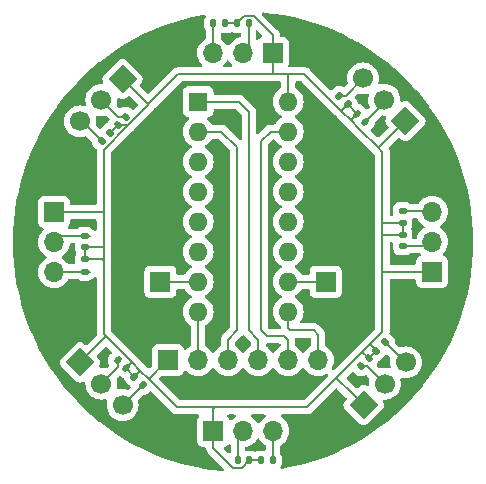
<source format=gtl>
%TF.GenerationSoftware,KiCad,Pcbnew,8.0.5*%
%TF.CreationDate,2024-12-10T18:09:28+10:00*%
%TF.ProjectId,windVane,77696e64-5661-46e6-952e-6b696361645f,rev?*%
%TF.SameCoordinates,Original*%
%TF.FileFunction,Copper,L1,Top*%
%TF.FilePolarity,Positive*%
%FSLAX46Y46*%
G04 Gerber Fmt 4.6, Leading zero omitted, Abs format (unit mm)*
G04 Created by KiCad (PCBNEW 8.0.5) date 2024-12-10 18:09:28*
%MOMM*%
%LPD*%
G01*
G04 APERTURE LIST*
G04 Aperture macros list*
%AMRoundRect*
0 Rectangle with rounded corners*
0 $1 Rounding radius*
0 $2 $3 $4 $5 $6 $7 $8 $9 X,Y pos of 4 corners*
0 Add a 4 corners polygon primitive as box body*
4,1,4,$2,$3,$4,$5,$6,$7,$8,$9,$2,$3,0*
0 Add four circle primitives for the rounded corners*
1,1,$1+$1,$2,$3*
1,1,$1+$1,$4,$5*
1,1,$1+$1,$6,$7*
1,1,$1+$1,$8,$9*
0 Add four rect primitives between the rounded corners*
20,1,$1+$1,$2,$3,$4,$5,0*
20,1,$1+$1,$4,$5,$6,$7,0*
20,1,$1+$1,$6,$7,$8,$9,0*
20,1,$1+$1,$8,$9,$2,$3,0*%
%AMHorizOval*
0 Thick line with rounded ends*
0 $1 width*
0 $2 $3 position (X,Y) of the first rounded end (center of the circle)*
0 $4 $5 position (X,Y) of the second rounded end (center of the circle)*
0 Add line between two ends*
20,1,$1,$2,$3,$4,$5,0*
0 Add two circle primitives to create the rounded ends*
1,1,$1,$2,$3*
1,1,$1,$4,$5*%
%AMRotRect*
0 Rectangle, with rotation*
0 The origin of the aperture is its center*
0 $1 length*
0 $2 width*
0 $3 Rotation angle, in degrees counterclockwise*
0 Add horizontal line*
21,1,$1,$2,0,0,$3*%
G04 Aperture macros list end*
%TA.AperFunction,SMDPad,CuDef*%
%ADD10RoundRect,0.135000X-0.185000X0.135000X-0.185000X-0.135000X0.185000X-0.135000X0.185000X0.135000X0*%
%TD*%
%TA.AperFunction,ComponentPad*%
%ADD11R,1.700000X1.700000*%
%TD*%
%TA.AperFunction,ComponentPad*%
%ADD12O,1.700000X1.700000*%
%TD*%
%TA.AperFunction,SMDPad,CuDef*%
%ADD13RoundRect,0.140000X0.140000X0.170000X-0.140000X0.170000X-0.140000X-0.170000X0.140000X-0.170000X0*%
%TD*%
%TA.AperFunction,ComponentPad*%
%ADD14RotRect,1.700000X1.700000X135.000000*%
%TD*%
%TA.AperFunction,ComponentPad*%
%ADD15HorizOval,1.700000X0.000000X0.000000X0.000000X0.000000X0*%
%TD*%
%TA.AperFunction,SMDPad,CuDef*%
%ADD16RoundRect,0.135000X-0.135000X-0.185000X0.135000X-0.185000X0.135000X0.185000X-0.135000X0.185000X0*%
%TD*%
%TA.AperFunction,SMDPad,CuDef*%
%ADD17RoundRect,0.140000X-0.021213X0.219203X-0.219203X0.021213X0.021213X-0.219203X0.219203X-0.021213X0*%
%TD*%
%TA.AperFunction,ComponentPad*%
%ADD18RotRect,1.700000X1.700000X225.000000*%
%TD*%
%TA.AperFunction,ComponentPad*%
%ADD19HorizOval,1.700000X0.000000X0.000000X0.000000X0.000000X0*%
%TD*%
%TA.AperFunction,SMDPad,CuDef*%
%ADD20RoundRect,0.135000X-0.226274X-0.035355X-0.035355X-0.226274X0.226274X0.035355X0.035355X0.226274X0*%
%TD*%
%TA.AperFunction,ComponentPad*%
%ADD21R,1.600000X1.600000*%
%TD*%
%TA.AperFunction,ComponentPad*%
%ADD22O,1.600000X1.600000*%
%TD*%
%TA.AperFunction,SMDPad,CuDef*%
%ADD23RoundRect,0.140000X0.170000X-0.140000X0.170000X0.140000X-0.170000X0.140000X-0.170000X-0.140000X0*%
%TD*%
%TA.AperFunction,ComponentPad*%
%ADD24RotRect,1.700000X1.700000X45.000000*%
%TD*%
%TA.AperFunction,ComponentPad*%
%ADD25HorizOval,1.700000X0.000000X0.000000X0.000000X0.000000X0*%
%TD*%
%TA.AperFunction,SMDPad,CuDef*%
%ADD26RoundRect,0.135000X0.135000X0.185000X-0.135000X0.185000X-0.135000X-0.185000X0.135000X-0.185000X0*%
%TD*%
%TA.AperFunction,SMDPad,CuDef*%
%ADD27RoundRect,0.135000X-0.035355X0.226274X-0.226274X0.035355X0.035355X-0.226274X0.226274X-0.035355X0*%
%TD*%
%TA.AperFunction,SMDPad,CuDef*%
%ADD28RoundRect,0.135000X0.035355X-0.226274X0.226274X-0.035355X-0.035355X0.226274X-0.226274X0.035355X0*%
%TD*%
%TA.AperFunction,SMDPad,CuDef*%
%ADD29RoundRect,0.140000X-0.140000X-0.170000X0.140000X-0.170000X0.140000X0.170000X-0.140000X0.170000X0*%
%TD*%
%TA.AperFunction,SMDPad,CuDef*%
%ADD30RoundRect,0.140000X-0.170000X0.140000X-0.170000X-0.140000X0.170000X-0.140000X0.170000X0.140000X0*%
%TD*%
%TA.AperFunction,SMDPad,CuDef*%
%ADD31RoundRect,0.140000X0.219203X0.021213X0.021213X0.219203X-0.219203X-0.021213X-0.021213X-0.219203X0*%
%TD*%
%TA.AperFunction,SMDPad,CuDef*%
%ADD32RoundRect,0.135000X0.185000X-0.135000X0.185000X0.135000X-0.185000X0.135000X-0.185000X-0.135000X0*%
%TD*%
%TA.AperFunction,SMDPad,CuDef*%
%ADD33RoundRect,0.135000X0.226274X0.035355X0.035355X0.226274X-0.226274X-0.035355X-0.035355X-0.226274X0*%
%TD*%
%TA.AperFunction,SMDPad,CuDef*%
%ADD34RoundRect,0.140000X-0.219203X-0.021213X-0.021213X-0.219203X0.219203X0.021213X0.021213X0.219203X0*%
%TD*%
%TA.AperFunction,SMDPad,CuDef*%
%ADD35RoundRect,0.140000X0.021213X-0.219203X0.219203X-0.021213X-0.021213X0.219203X-0.219203X0.021213X0*%
%TD*%
%TA.AperFunction,ComponentPad*%
%ADD36RotRect,1.700000X1.700000X315.000000*%
%TD*%
%TA.AperFunction,ComponentPad*%
%ADD37HorizOval,1.700000X0.000000X0.000000X0.000000X0.000000X0*%
%TD*%
%TA.AperFunction,Conductor*%
%ADD38C,0.200000*%
%TD*%
%ADD39C,0.350000*%
G04 APERTURE END LIST*
D10*
%TO.P,R7,1*%
%TO.N,Vdd*%
X136600000Y-102490000D03*
%TO.P,R7,2*%
%TO.N,West*%
X136600000Y-103510000D03*
%TD*%
D11*
%TO.P,South1,1,Pin_1*%
%TO.N,Vdd*%
X147475000Y-117000000D03*
D12*
%TO.P,South1,2,Pin_2*%
%TO.N,GND*%
X150015000Y-117000000D03*
%TO.P,South1,3,Pin_3*%
%TO.N,South*%
X152555000Y-117000000D03*
%TD*%
D13*
%TO.P,C1,1*%
%TO.N,GND*%
X150460000Y-82500000D03*
%TO.P,C1,2*%
%TO.N,Vdd*%
X149500000Y-82500000D03*
%TD*%
D14*
%TO.P,SouthEast1,1,Pin_1*%
%TO.N,Vdd*%
X160203949Y-114796051D03*
D15*
%TO.P,SouthEast1,2,Pin_2*%
%TO.N,GND*%
X162000000Y-113000000D03*
%TO.P,SouthEast1,3,Pin_3*%
%TO.N,SouthEast*%
X163796051Y-111203949D03*
%TD*%
D16*
%TO.P,R5,1*%
%TO.N,Vdd*%
X151490000Y-119500000D03*
%TO.P,R5,2*%
%TO.N,South*%
X152510000Y-119500000D03*
%TD*%
D17*
%TO.P,C8,1*%
%TO.N,GND*%
X140089411Y-90410589D03*
%TO.P,C8,2*%
%TO.N,Vdd*%
X139410589Y-91089411D03*
%TD*%
D18*
%TO.P,NorthEast1,1,Pin_1*%
%TO.N,Vdd*%
X163750000Y-90750000D03*
D19*
%TO.P,NorthEast1,2,Pin_2*%
%TO.N,GND*%
X161953949Y-88953949D03*
%TO.P,NorthEast1,3,Pin_3*%
%TO.N,NorthEast*%
X160157898Y-87157898D03*
%TD*%
D20*
%TO.P,R6,1*%
%TO.N,Vdd*%
X140800000Y-112400000D03*
%TO.P,R6,2*%
%TO.N,SouthWest*%
X141521248Y-113121248D03*
%TD*%
D11*
%TO.P,West1,1,Pin_1*%
%TO.N,Vdd*%
X134000000Y-98475000D03*
D12*
%TO.P,West1,2,Pin_2*%
%TO.N,GND*%
X134000000Y-101015000D03*
%TO.P,West1,3,Pin_3*%
%TO.N,West*%
X134000000Y-103555000D03*
%TD*%
D21*
%TO.P,SN74HC165,1,Pin_1*%
%TO.N,SH{slash}~{LD}*%
X146200000Y-89125000D03*
D22*
%TO.P,SN74HC165,2,Pin_2*%
%TO.N,CLK*%
X146200000Y-91665000D03*
%TO.P,SN74HC165,3,Pin_3*%
%TO.N,North*%
X146200000Y-94205000D03*
%TO.P,SN74HC165,4,Pin_4*%
%TO.N,NorthWest*%
X146200000Y-96745000D03*
%TO.P,SN74HC165,5,Pin_5*%
%TO.N,West*%
X146200000Y-99285000D03*
%TO.P,SN74HC165,6,Pin_6*%
%TO.N,SouthWest*%
X146200000Y-101825000D03*
%TO.P,SN74HC165,7,Pin_7*%
%TO.N,~{Q}_{h}*%
X146200000Y-104365000D03*
%TO.P,SN74HC165,8,Pin_8*%
%TO.N,GND*%
X146200000Y-106905000D03*
%TO.P,SN74HC165,9,Pin_9*%
%TO.N,Q_{h}*%
X153820000Y-106905000D03*
%TO.P,SN74HC165,10,Pin_10*%
%TO.N,SER*%
X153820000Y-104365000D03*
%TO.P,SN74HC165,11,Pin_11*%
%TO.N,South*%
X153820000Y-101825000D03*
%TO.P,SN74HC165,12,Pin_12*%
%TO.N,SouthEast*%
X153820000Y-99285000D03*
%TO.P,SN74HC165,13,Pin_13*%
%TO.N,East*%
X153820000Y-96745000D03*
%TO.P,SN74HC165,14,Pin_14*%
%TO.N,NorthEast*%
X153820000Y-94205000D03*
%TO.P,SN74HC165,15,Pin_15*%
%TO.N,clkINH*%
X153820000Y-91665000D03*
%TO.P,SN74HC165,16,Pin_16*%
%TO.N,Vdd*%
X153820000Y-89125000D03*
%TD*%
D23*
%TO.P,C3,1*%
%TO.N,GND*%
X163500000Y-101360000D03*
%TO.P,C3,2*%
%TO.N,Vdd*%
X163500000Y-100400000D03*
%TD*%
D11*
%TO.P,J1,1,Pin_1*%
%TO.N,~{Q}_{h}*%
X143000000Y-104365000D03*
%TD*%
D24*
%TO.P,SouthWest1,1,Pin_1*%
%TO.N,Vdd*%
X136203949Y-111203949D03*
D25*
%TO.P,SouthWest1,2,Pin_2*%
%TO.N,GND*%
X138000000Y-113000000D03*
%TO.P,SouthWest1,3,Pin_3*%
%TO.N,SouthWest*%
X139796051Y-114796051D03*
%TD*%
D26*
%TO.P,R1,1*%
%TO.N,Vdd*%
X148510000Y-82500000D03*
%TO.P,R1,2*%
%TO.N,North*%
X147490000Y-82500000D03*
%TD*%
D27*
%TO.P,R8,1*%
%TO.N,Vdd*%
X138750000Y-91750000D03*
%TO.P,R8,2*%
%TO.N,NorthWest*%
X138028752Y-92471248D03*
%TD*%
D28*
%TO.P,R4,1*%
%TO.N,Vdd*%
X161278752Y-110221248D03*
%TO.P,R4,2*%
%TO.N,SouthEast*%
X162000000Y-109500000D03*
%TD*%
D29*
%TO.P,C5,1*%
%TO.N,GND*%
X149540000Y-119500000D03*
%TO.P,C5,2*%
%TO.N,Vdd*%
X150500000Y-119500000D03*
%TD*%
D11*
%TO.P,North1,1,Pin_1*%
%TO.N,Vdd*%
X152525000Y-85000000D03*
D12*
%TO.P,North1,2,Pin_2*%
%TO.N,GND*%
X149985000Y-85000000D03*
%TO.P,North1,3,Pin_3*%
%TO.N,North*%
X147445000Y-85000000D03*
%TD*%
D30*
%TO.P,C7,1*%
%TO.N,GND*%
X136600000Y-100500000D03*
%TO.P,C7,2*%
%TO.N,Vdd*%
X136600000Y-101460000D03*
%TD*%
D31*
%TO.P,C2,1*%
%TO.N,GND*%
X160339411Y-90839411D03*
%TO.P,C2,2*%
%TO.N,Vdd*%
X159660589Y-90160589D03*
%TD*%
D32*
%TO.P,R3,1*%
%TO.N,Vdd*%
X163500000Y-99400000D03*
%TO.P,R3,2*%
%TO.N,East*%
X163500000Y-98380000D03*
%TD*%
D33*
%TO.P,R2,1*%
%TO.N,Vdd*%
X158860624Y-89360624D03*
%TO.P,R2,2*%
%TO.N,NorthEast*%
X158139376Y-88639376D03*
%TD*%
D34*
%TO.P,C6,1*%
%TO.N,GND*%
X139400000Y-111000000D03*
%TO.P,C6,2*%
%TO.N,Vdd*%
X140078822Y-111678822D03*
%TD*%
D35*
%TO.P,C4,1*%
%TO.N,GND*%
X159966135Y-111533865D03*
%TO.P,C4,2*%
%TO.N,Vdd*%
X160644957Y-110855043D03*
%TD*%
D11*
%TO.P,J2,1,Pin_1*%
%TO.N,SER*%
X157000000Y-104365000D03*
%TD*%
%TO.P,East1,1,Pin_1*%
%TO.N,Vdd*%
X166000000Y-103525000D03*
D12*
%TO.P,East1,2,Pin_2*%
%TO.N,GND*%
X166000000Y-100985000D03*
%TO.P,East1,3,Pin_3*%
%TO.N,East*%
X166000000Y-98445000D03*
%TD*%
D36*
%TO.P,NorthWest1,1,Pin_1*%
%TO.N,Vdd*%
X139796051Y-87203949D03*
D37*
%TO.P,NorthWest1,2,Pin_2*%
%TO.N,GND*%
X138000000Y-89000000D03*
%TO.P,NorthWest1,3,Pin_3*%
%TO.N,NorthWest*%
X136203949Y-90796051D03*
%TD*%
D11*
%TO.P,SIG1,1,Pin_1*%
%TO.N,Vdd*%
X143650000Y-111000000D03*
D12*
%TO.P,SIG1,2,Pin_2*%
%TO.N,GND*%
X146190000Y-111000000D03*
%TO.P,SIG1,3,Pin_3*%
%TO.N,CLK*%
X148730000Y-111000000D03*
%TO.P,SIG1,4,Pin_4*%
%TO.N,SH{slash}~{LD}*%
X151270000Y-111000000D03*
%TO.P,SIG1,5,Pin_5*%
%TO.N,clkINH*%
X153810000Y-111000000D03*
%TO.P,SIG1,6,Pin_6*%
%TO.N,Q_{h}*%
X156350000Y-111000000D03*
%TD*%
D38*
%TO.N,Vdd*%
X163500000Y-99400000D02*
X161800000Y-99400000D01*
X134000000Y-98475000D02*
X138125000Y-98475000D01*
X136600000Y-102490000D02*
X136600000Y-101460000D01*
X150110000Y-81890000D02*
X150890000Y-81890000D01*
X159304188Y-113896290D02*
X159296290Y-113896290D01*
X161800000Y-99400000D02*
X161800000Y-100400000D01*
X138125000Y-98475000D02*
X138200000Y-98400000D01*
X161875000Y-103525000D02*
X161800000Y-103600000D01*
X141962670Y-89362670D02*
X141962670Y-89400000D01*
X147520000Y-116955000D02*
X147475000Y-117000000D01*
X160644957Y-110844957D02*
X160100000Y-110300000D01*
X155200000Y-86800000D02*
X158300000Y-89900000D01*
X160100000Y-110300000D02*
X158200000Y-112200000D01*
X140751358Y-88159256D02*
X139796051Y-87203949D01*
X160644957Y-110855043D02*
X161278752Y-110221248D01*
X161800000Y-108600000D02*
X160800000Y-109600000D01*
X138090000Y-102490000D02*
X138200000Y-102600000D01*
X140800000Y-112400000D02*
X140078822Y-111678822D01*
X158200000Y-112200000D02*
X157900000Y-112500000D01*
X148510000Y-82500000D02*
X149500000Y-82500000D01*
X136600000Y-102490000D02*
X138090000Y-102490000D01*
X139410589Y-91089411D02*
X140273259Y-91089411D01*
X140759256Y-88159256D02*
X141962670Y-89362670D01*
X149890000Y-120110000D02*
X149110000Y-120110000D01*
X140800000Y-112400000D02*
X141300000Y-111900000D01*
X158300000Y-89900000D02*
X159100000Y-90700000D01*
X138200000Y-102800000D02*
X138200000Y-102600000D01*
X150890000Y-81890000D02*
X152525000Y-83525000D01*
X138400000Y-109007898D02*
X138400000Y-109000000D01*
X158860624Y-89360624D02*
X159660589Y-90160589D01*
X161800000Y-100400000D02*
X161800000Y-103600000D01*
X140273259Y-91089411D02*
X141962670Y-89400000D01*
X160800000Y-109742496D02*
X160800000Y-109600000D01*
X140078822Y-111678822D02*
X140557644Y-111200000D01*
X161400000Y-93000000D02*
X161800000Y-93400000D01*
X161500000Y-93000000D02*
X161400000Y-93000000D01*
X140273259Y-91089411D02*
X140273259Y-91126741D01*
X144400000Y-115000000D02*
X147600000Y-115000000D01*
X155400000Y-115000000D02*
X157900000Y-112500000D01*
X159901358Y-91501358D02*
X161400000Y-93000000D01*
X136203949Y-111203949D02*
X138400000Y-109007898D01*
X143650000Y-111000000D02*
X143600000Y-111000000D01*
X158860624Y-89360624D02*
X158321248Y-89900000D01*
X152400000Y-86800000D02*
X152525000Y-86675000D01*
X163750000Y-90750000D02*
X161500000Y-93000000D01*
X138140000Y-101460000D02*
X138200000Y-101400000D01*
X153820000Y-89125000D02*
X153820000Y-86820000D01*
X138400000Y-109000000D02*
X138200000Y-108800000D01*
X147475000Y-115125000D02*
X147600000Y-115000000D01*
X147480000Y-117005000D02*
X147475000Y-117000000D01*
X159296290Y-113896290D02*
X157900000Y-112500000D01*
X149110000Y-120110000D02*
X147475000Y-118475000D01*
X153820000Y-86820000D02*
X153800000Y-86800000D01*
X160800000Y-109600000D02*
X160100000Y-110300000D01*
X140273259Y-91126741D02*
X138200000Y-93200000D01*
X159304188Y-113896290D02*
X160203949Y-114796051D01*
X158321248Y-89900000D02*
X158300000Y-89900000D01*
X150500000Y-119500000D02*
X149890000Y-120110000D01*
X161800000Y-93400000D02*
X161800000Y-99400000D01*
X147600000Y-115000000D02*
X155400000Y-115000000D01*
X159100000Y-90700000D02*
X159901358Y-91501358D01*
X152525000Y-83525000D02*
X152525000Y-85000000D01*
X140751358Y-88159256D02*
X140759256Y-88159256D01*
X140557644Y-111200000D02*
X140600000Y-111200000D01*
X161278752Y-110221248D02*
X160800000Y-109742496D01*
X136600000Y-101460000D02*
X138140000Y-101460000D01*
X163500000Y-100400000D02*
X161800000Y-100400000D01*
X159660589Y-90160589D02*
X159121178Y-90700000D01*
X138750000Y-91750000D02*
X139410589Y-91089411D01*
X141300000Y-111900000D02*
X142000000Y-112600000D01*
X144525340Y-86800000D02*
X152400000Y-86800000D01*
X153800000Y-86800000D02*
X155200000Y-86800000D01*
X160644957Y-110855043D02*
X160644957Y-110844957D01*
X152525000Y-85000000D02*
X152525000Y-85125000D01*
X138200000Y-101400000D02*
X138200000Y-98400000D01*
X150500000Y-119500000D02*
X151490000Y-119500000D01*
X163500000Y-100400000D02*
X163500000Y-99400000D01*
X166000000Y-103525000D02*
X161875000Y-103525000D01*
X138400000Y-109000000D02*
X140600000Y-111200000D01*
X149500000Y-82500000D02*
X150110000Y-81890000D01*
X152525000Y-86675000D02*
X152525000Y-85000000D01*
X142000000Y-112600000D02*
X144400000Y-115000000D01*
X147475000Y-118475000D02*
X147475000Y-117000000D01*
X159121178Y-90700000D02*
X159100000Y-90700000D01*
X147475000Y-117000000D02*
X147475000Y-115125000D01*
X152400000Y-86800000D02*
X153800000Y-86800000D01*
X138200000Y-102600000D02*
X138200000Y-101400000D01*
X161800000Y-103600000D02*
X161800000Y-108600000D01*
X138200000Y-98400000D02*
X138200000Y-93200000D01*
X138200000Y-102800000D02*
X138200000Y-108800000D01*
X140600000Y-111200000D02*
X141300000Y-111900000D01*
X141962670Y-89362670D02*
X144525340Y-86800000D01*
X143600000Y-111000000D02*
X142000000Y-112600000D01*
%TO.N,East*%
X163500000Y-98380000D02*
X165935000Y-98380000D01*
X165935000Y-98380000D02*
X166000000Y-98445000D01*
%TO.N,GND*%
X150460000Y-84525000D02*
X149985000Y-85000000D01*
X149540000Y-117475000D02*
X150015000Y-117000000D01*
X139410589Y-90410589D02*
X138000000Y-89000000D01*
X137000000Y-100500000D02*
X134515000Y-100500000D01*
X165625000Y-101360000D02*
X166000000Y-100985000D01*
X159966135Y-111533865D02*
X160533865Y-111533865D01*
X139400000Y-111600000D02*
X138000000Y-113000000D01*
X134515000Y-100500000D02*
X134000000Y-101015000D01*
X146190000Y-106915000D02*
X146200000Y-106905000D01*
X139400000Y-111000000D02*
X139400000Y-111600000D01*
X150460000Y-83250000D02*
X150460000Y-84525000D01*
X160339411Y-90839411D02*
X161953949Y-89224873D01*
X146190000Y-111000000D02*
X146190000Y-106915000D01*
X163500000Y-101360000D02*
X165625000Y-101360000D01*
X149540000Y-119500000D02*
X149540000Y-117475000D01*
X160533865Y-111533865D02*
X162000000Y-113000000D01*
X140089411Y-90410589D02*
X139410589Y-90410589D01*
X149640000Y-116625000D02*
X150015000Y-117000000D01*
X161953949Y-89224873D02*
X161953949Y-88953949D01*
X150460000Y-82500000D02*
X150460000Y-83250000D01*
%TO.N,North*%
X147490000Y-84955000D02*
X147445000Y-85000000D01*
X147490000Y-82500000D02*
X147490000Y-84955000D01*
%TO.N,NorthEast*%
X158139376Y-88639376D02*
X158676420Y-88639376D01*
X158676420Y-88639376D02*
X160157898Y-87157898D01*
%TO.N,South*%
X152510000Y-117045000D02*
X152555000Y-117000000D01*
X152600000Y-116955000D02*
X152555000Y-117000000D01*
X152510000Y-119500000D02*
X152510000Y-117045000D01*
%TO.N,SouthEast*%
X163703949Y-111203949D02*
X163796051Y-111203949D01*
X162000000Y-109500000D02*
X163703949Y-111203949D01*
%TO.N,SouthWest*%
X139846445Y-114796051D02*
X139796051Y-114796051D01*
X140139376Y-114452726D02*
X139796051Y-114796051D01*
X141521248Y-113121248D02*
X139846445Y-114796051D01*
%TO.N,West*%
X134045000Y-103510000D02*
X134000000Y-103555000D01*
X137000000Y-103510000D02*
X134045000Y-103510000D01*
%TO.N,NorthWest*%
X138028752Y-92471248D02*
X136353555Y-90796051D01*
X136353555Y-90796051D02*
X136203949Y-90796051D01*
%TO.N,~{Q}_{h}*%
X146200000Y-104365000D02*
X143000000Y-104365000D01*
%TO.N,Q_{h}*%
X153820000Y-108320000D02*
X154000000Y-108500000D01*
X154000000Y-108500000D02*
X156000000Y-108500000D01*
X153820000Y-106905000D02*
X153820000Y-108320000D01*
X156350000Y-108850000D02*
X156350000Y-111000000D01*
X156000000Y-108500000D02*
X156350000Y-108850000D01*
%TO.N,SER*%
X153820000Y-104365000D02*
X157000000Y-104365000D01*
%TO.N,clkINH*%
X151500000Y-108500000D02*
X151500000Y-92500000D01*
X153810000Y-109310000D02*
X153500000Y-109000000D01*
X152335000Y-91665000D02*
X153820000Y-91665000D01*
X153500000Y-109000000D02*
X152000000Y-109000000D01*
X153810000Y-111000000D02*
X153810000Y-109310000D01*
X152000000Y-109000000D02*
X151500000Y-108500000D01*
X151500000Y-92500000D02*
X152335000Y-91665000D01*
%TO.N,CLK*%
X148165000Y-91665000D02*
X146200000Y-91665000D01*
X149500000Y-108500000D02*
X149500000Y-93000000D01*
X148730000Y-109270000D02*
X149500000Y-108500000D01*
X149500000Y-93000000D02*
X148165000Y-91665000D01*
X148730000Y-111000000D02*
X148730000Y-109270000D01*
%TO.N,SH{slash}~{LD}*%
X149625000Y-89125000D02*
X146200000Y-89125000D01*
X151270000Y-109270000D02*
X150500000Y-108500000D01*
X150500000Y-90000000D02*
X149625000Y-89125000D01*
X150500000Y-108500000D02*
X150500000Y-90000000D01*
X151270000Y-111000000D02*
X151270000Y-109270000D01*
%TD*%
%TA.AperFunction,NonConductor*%
G36*
X151265703Y-83115384D02*
G01*
X151272181Y-83121416D01*
X151605270Y-83454505D01*
X151638755Y-83515828D01*
X151633771Y-83585520D01*
X151591899Y-83641453D01*
X151560922Y-83658368D01*
X151432671Y-83706202D01*
X151432664Y-83706206D01*
X151317455Y-83792452D01*
X151283766Y-83837455D01*
X151227832Y-83879325D01*
X151158140Y-83884309D01*
X151096817Y-83850823D01*
X151063333Y-83789499D01*
X151060500Y-83763143D01*
X151060500Y-83209097D01*
X151080185Y-83142058D01*
X151132989Y-83096303D01*
X151202147Y-83086359D01*
X151265703Y-83115384D01*
G37*
%TD.AperFunction*%
%TA.AperFunction,NonConductor*%
G36*
X149073388Y-83244623D02*
G01*
X149103605Y-83262494D01*
X149103608Y-83262494D01*
X149103610Y-83262496D01*
X149259002Y-83307642D01*
X149259005Y-83307642D01*
X149259007Y-83307643D01*
X149295310Y-83310500D01*
X149295318Y-83310500D01*
X149704682Y-83310500D01*
X149704690Y-83310500D01*
X149725767Y-83308841D01*
X149794145Y-83323202D01*
X149843903Y-83372252D01*
X149859500Y-83432458D01*
X149859500Y-83541696D01*
X149839815Y-83608735D01*
X149787011Y-83654490D01*
X149754745Y-83663003D01*
X149754921Y-83663998D01*
X149749586Y-83664938D01*
X149521344Y-83726094D01*
X149521335Y-83726098D01*
X149307171Y-83825964D01*
X149307169Y-83825965D01*
X149113597Y-83961505D01*
X148946505Y-84128597D01*
X148816575Y-84314158D01*
X148761998Y-84357783D01*
X148692500Y-84364977D01*
X148630145Y-84333454D01*
X148613425Y-84314158D01*
X148483494Y-84128597D01*
X148316402Y-83961506D01*
X148316401Y-83961505D01*
X148158331Y-83850823D01*
X148143376Y-83840351D01*
X148099751Y-83785774D01*
X148090500Y-83738776D01*
X148090500Y-83429274D01*
X148110185Y-83362235D01*
X148162989Y-83316480D01*
X148232147Y-83306536D01*
X148249086Y-83310195D01*
X148274796Y-83317665D01*
X148310819Y-83320500D01*
X148709180Y-83320499D01*
X148745204Y-83317665D01*
X148899393Y-83272869D01*
X148947150Y-83244625D01*
X149014871Y-83227442D01*
X149073388Y-83244623D01*
G37*
%TD.AperFunction*%
%TA.AperFunction,NonConductor*%
G36*
X148799855Y-85666546D02*
G01*
X148816575Y-85685842D01*
X148946501Y-85871396D01*
X148946506Y-85871402D01*
X149062923Y-85987819D01*
X149096408Y-86049142D01*
X149091424Y-86118834D01*
X149049552Y-86174767D01*
X148984088Y-86199184D01*
X148975242Y-86199500D01*
X148454758Y-86199500D01*
X148387719Y-86179815D01*
X148341964Y-86127011D01*
X148332020Y-86057853D01*
X148361045Y-85994297D01*
X148367077Y-85987819D01*
X148397414Y-85957482D01*
X148483495Y-85871401D01*
X148613425Y-85685842D01*
X148668002Y-85642217D01*
X148737500Y-85635023D01*
X148799855Y-85666546D01*
G37*
%TD.AperFunction*%
%TA.AperFunction,NonConductor*%
G36*
X159794136Y-88458568D02*
G01*
X159922490Y-88492961D01*
X160110816Y-88509437D01*
X160157897Y-88513557D01*
X160157898Y-88513557D01*
X160157899Y-88513557D01*
X160197132Y-88510124D01*
X160393306Y-88492961D01*
X160493997Y-88465981D01*
X160563847Y-88467644D01*
X160621709Y-88506807D01*
X160649213Y-88571035D01*
X160645865Y-88617848D01*
X160618888Y-88718532D01*
X160618885Y-88718545D01*
X160598290Y-88953948D01*
X160598290Y-88953949D01*
X160618885Y-89189352D01*
X160618887Y-89189362D01*
X160680043Y-89417604D01*
X160680045Y-89417608D01*
X160680046Y-89417612D01*
X160717108Y-89497092D01*
X160727600Y-89566169D01*
X160699080Y-89629953D01*
X160692407Y-89637177D01*
X160574140Y-89755444D01*
X160512817Y-89788929D01*
X160443125Y-89783945D01*
X160392170Y-89748296D01*
X160378438Y-89732218D01*
X160378422Y-89732201D01*
X160088976Y-89442755D01*
X160088959Y-89442739D01*
X160061272Y-89419092D01*
X160061268Y-89419089D01*
X159919461Y-89341131D01*
X159805946Y-89311985D01*
X159745908Y-89276247D01*
X159716680Y-89222719D01*
X159682467Y-89089466D01*
X159682466Y-89089465D01*
X159682466Y-89089463D01*
X159609619Y-88956955D01*
X159605115Y-88948762D01*
X159581647Y-88921285D01*
X159581632Y-88921269D01*
X159500377Y-88840014D01*
X159466892Y-88778691D01*
X159471876Y-88708999D01*
X159500375Y-88664654D01*
X159674368Y-88490661D01*
X159735689Y-88457178D01*
X159794136Y-88458568D01*
G37*
%TD.AperFunction*%
%TA.AperFunction,NonConductor*%
G36*
X140373663Y-88638745D02*
G01*
X140418011Y-88667246D01*
X141044418Y-89293653D01*
X141077903Y-89354976D01*
X141072919Y-89424668D01*
X141044418Y-89469015D01*
X140735706Y-89777727D01*
X140674383Y-89811212D01*
X140604691Y-89806228D01*
X140560344Y-89777727D01*
X140475372Y-89692755D01*
X140475355Y-89692739D01*
X140447668Y-89669092D01*
X140447664Y-89669089D01*
X140305856Y-89591130D01*
X140149115Y-89550886D01*
X140149112Y-89550886D01*
X139987284Y-89550886D01*
X139987280Y-89550886D01*
X139830539Y-89591130D01*
X139688731Y-89669089D01*
X139688723Y-89669095D01*
X139683980Y-89673146D01*
X139620218Y-89701715D01*
X139551133Y-89691276D01*
X139515770Y-89666535D01*
X139332766Y-89483531D01*
X139299281Y-89422208D01*
X139300672Y-89363757D01*
X139306505Y-89341989D01*
X139335063Y-89235408D01*
X139355659Y-89000000D01*
X139351892Y-88956951D01*
X139365658Y-88888454D01*
X139414272Y-88838271D01*
X139482300Y-88822336D01*
X139526932Y-88833351D01*
X139653591Y-88891195D01*
X139653592Y-88891195D01*
X139653594Y-88891196D01*
X139796051Y-88911677D01*
X139938508Y-88891196D01*
X140069424Y-88831408D01*
X140116107Y-88793789D01*
X140242649Y-88667245D01*
X140303971Y-88633761D01*
X140373663Y-88638745D01*
G37*
%TD.AperFunction*%
%TA.AperFunction,NonConductor*%
G36*
X138433606Y-90302335D02*
G01*
X138483531Y-90332766D01*
X138666535Y-90515770D01*
X138700020Y-90577093D01*
X138695036Y-90646785D01*
X138673146Y-90683980D01*
X138669095Y-90688723D01*
X138669089Y-90688731D01*
X138591131Y-90830536D01*
X138590459Y-90833157D01*
X138589370Y-90834985D01*
X138588261Y-90837788D01*
X138587808Y-90837608D01*
X138554717Y-90893193D01*
X138501197Y-90922416D01*
X138478849Y-90928154D01*
X138478844Y-90928156D01*
X138338136Y-91005509D01*
X138310662Y-91028975D01*
X138310645Y-91028991D01*
X138028994Y-91310643D01*
X138028983Y-91310655D01*
X138005509Y-91338137D01*
X137992615Y-91361592D01*
X137943069Y-91410855D01*
X137874754Y-91425511D01*
X137809359Y-91400907D01*
X137796273Y-91389534D01*
X137568330Y-91161591D01*
X137534845Y-91100268D01*
X137536238Y-91041811D01*
X137539011Y-91031463D01*
X137539011Y-91031462D01*
X137539012Y-91031459D01*
X137559608Y-90796051D01*
X137539012Y-90560643D01*
X137512032Y-90459951D01*
X137513695Y-90390101D01*
X137552858Y-90332239D01*
X137617086Y-90304735D01*
X137663900Y-90308083D01*
X137764592Y-90335063D01*
X137952918Y-90351539D01*
X137999999Y-90355659D01*
X138000000Y-90355659D01*
X138000001Y-90355659D01*
X138044805Y-90351739D01*
X138235408Y-90335063D01*
X138363757Y-90300672D01*
X138433606Y-90302335D01*
G37*
%TD.AperFunction*%
%TA.AperFunction,NonConductor*%
G36*
X161953949Y-90309608D02*
G01*
X161996996Y-90305841D01*
X162065493Y-90319606D01*
X162115677Y-90368221D01*
X162131612Y-90436249D01*
X162120597Y-90480880D01*
X162062754Y-90607536D01*
X162062752Y-90607544D01*
X162042272Y-90750000D01*
X162062752Y-90892455D01*
X162062753Y-90892459D01*
X162122539Y-91023370D01*
X162122540Y-91023371D01*
X162122541Y-91023373D01*
X162160160Y-91070056D01*
X162160163Y-91070059D01*
X162160168Y-91070065D01*
X162282752Y-91192649D01*
X162316237Y-91253972D01*
X162311253Y-91323664D01*
X162282752Y-91368011D01*
X161537680Y-92113083D01*
X161476357Y-92146568D01*
X161406665Y-92141584D01*
X161362318Y-92113083D01*
X160853606Y-91604371D01*
X160820121Y-91543048D01*
X160825105Y-91473356D01*
X160853603Y-91429011D01*
X161057259Y-91225357D01*
X161080909Y-91197667D01*
X161158869Y-91055856D01*
X161199114Y-90899112D01*
X161199114Y-90880304D01*
X161218799Y-90813265D01*
X161235429Y-90792627D01*
X161696510Y-90331545D01*
X161757831Y-90298062D01*
X161794991Y-90295700D01*
X161953949Y-90309608D01*
G37*
%TD.AperFunction*%
%TA.AperFunction,NonConductor*%
G36*
X149391942Y-89745185D02*
G01*
X149412584Y-89761819D01*
X149863181Y-90212416D01*
X149896666Y-90273739D01*
X149899500Y-90300097D01*
X149899500Y-92250903D01*
X149879815Y-92317942D01*
X149827011Y-92363697D01*
X149757853Y-92373641D01*
X149694297Y-92344616D01*
X149687819Y-92338584D01*
X148652590Y-91303355D01*
X148652588Y-91303352D01*
X148533717Y-91184481D01*
X148533709Y-91184475D01*
X148436647Y-91128437D01*
X148436645Y-91128436D01*
X148396790Y-91105425D01*
X148396787Y-91105423D01*
X148335693Y-91089053D01*
X148244057Y-91064499D01*
X148085943Y-91064499D01*
X148078347Y-91064499D01*
X148078331Y-91064500D01*
X147431692Y-91064500D01*
X147364653Y-91044815D01*
X147330119Y-91011625D01*
X147203323Y-90830540D01*
X147200045Y-90825858D01*
X147039143Y-90664956D01*
X147014536Y-90647726D01*
X146970912Y-90593149D01*
X146963719Y-90523650D01*
X146995241Y-90461296D01*
X147055471Y-90425882D01*
X147072404Y-90422861D01*
X147107483Y-90419091D01*
X147242331Y-90368796D01*
X147357546Y-90282546D01*
X147443796Y-90167331D01*
X147494091Y-90032483D01*
X147500500Y-89972873D01*
X147500500Y-89849500D01*
X147520185Y-89782461D01*
X147572989Y-89736706D01*
X147624500Y-89725500D01*
X149324903Y-89725500D01*
X149391942Y-89745185D01*
G37*
%TD.AperFunction*%
%TA.AperFunction,NonConductor*%
G36*
X137542539Y-99095185D02*
G01*
X137588294Y-99147989D01*
X137599500Y-99199500D01*
X137599500Y-99950902D01*
X137579815Y-100017941D01*
X137527011Y-100063696D01*
X137457853Y-100073640D01*
X137394297Y-100044615D01*
X137387819Y-100038583D01*
X137368717Y-100019481D01*
X137368712Y-100019477D01*
X137303752Y-99981973D01*
X137278074Y-99962270D01*
X137165687Y-99849883D01*
X137150607Y-99840965D01*
X137026393Y-99767505D01*
X137026390Y-99767504D01*
X136870997Y-99722357D01*
X136870991Y-99722356D01*
X136834697Y-99719500D01*
X136834690Y-99719500D01*
X136365310Y-99719500D01*
X136365302Y-99719500D01*
X136329008Y-99722356D01*
X136329002Y-99722357D01*
X136173609Y-99767504D01*
X136173606Y-99767505D01*
X136034315Y-99849881D01*
X136034307Y-99849887D01*
X136021014Y-99863181D01*
X135959691Y-99896666D01*
X135933333Y-99899500D01*
X135289954Y-99899500D01*
X135222915Y-99879815D01*
X135177160Y-99827011D01*
X135167216Y-99757853D01*
X135196241Y-99694297D01*
X135202273Y-99687819D01*
X135207542Y-99682548D01*
X135207546Y-99682546D01*
X135293796Y-99567331D01*
X135344091Y-99432483D01*
X135350500Y-99372873D01*
X135350500Y-99199500D01*
X135370185Y-99132461D01*
X135422989Y-99086706D01*
X135474500Y-99075500D01*
X137475500Y-99075500D01*
X137542539Y-99095185D01*
G37*
%TD.AperFunction*%
%TA.AperFunction,NonConductor*%
G36*
X164747637Y-99000185D02*
G01*
X164792980Y-99052095D01*
X164825964Y-99122829D01*
X164825965Y-99122831D01*
X164918408Y-99254852D01*
X164939518Y-99285001D01*
X164961501Y-99316395D01*
X164961506Y-99316402D01*
X165128597Y-99483493D01*
X165128603Y-99483498D01*
X165314158Y-99613425D01*
X165357783Y-99668002D01*
X165364977Y-99737500D01*
X165333454Y-99799855D01*
X165314158Y-99816575D01*
X165128597Y-99946505D01*
X164961505Y-100113597D01*
X164825965Y-100307169D01*
X164825964Y-100307171D01*
X164726098Y-100521335D01*
X164726094Y-100521344D01*
X164686908Y-100667593D01*
X164650543Y-100727254D01*
X164587696Y-100757783D01*
X164567133Y-100759500D01*
X164432459Y-100759500D01*
X164365420Y-100739815D01*
X164319665Y-100687011D01*
X164308841Y-100625772D01*
X164310499Y-100604697D01*
X164310500Y-100604690D01*
X164310500Y-100195310D01*
X164307643Y-100159007D01*
X164297809Y-100125158D01*
X164262496Y-100003610D01*
X164262494Y-100003608D01*
X164262494Y-100003605D01*
X164241667Y-99968388D01*
X164224485Y-99900668D01*
X164241668Y-99842149D01*
X164272869Y-99789393D01*
X164317665Y-99635204D01*
X164320500Y-99599181D01*
X164320499Y-99200820D01*
X164317665Y-99164796D01*
X164310198Y-99139094D01*
X164310397Y-99069227D01*
X164348338Y-99010556D01*
X164411976Y-98981712D01*
X164429274Y-98980500D01*
X164680598Y-98980500D01*
X164747637Y-99000185D01*
G37*
%TD.AperFunction*%
%TA.AperFunction,NonConductor*%
G36*
X135734580Y-101120185D02*
G01*
X135780335Y-101172989D01*
X135791159Y-101234228D01*
X135789500Y-101255302D01*
X135789500Y-101664697D01*
X135792356Y-101700991D01*
X135792357Y-101700997D01*
X135837504Y-101856390D01*
X135837504Y-101856391D01*
X135837505Y-101856393D01*
X135837506Y-101856395D01*
X135850062Y-101877626D01*
X135867202Y-101906609D01*
X135884383Y-101974334D01*
X135867202Y-102032848D01*
X135827132Y-102100604D01*
X135827129Y-102100611D01*
X135782335Y-102254791D01*
X135782334Y-102254797D01*
X135779500Y-102290811D01*
X135779500Y-102689169D01*
X135779501Y-102689191D01*
X135782000Y-102720943D01*
X135782335Y-102725204D01*
X135789739Y-102750690D01*
X135789802Y-102750904D01*
X135789603Y-102820773D01*
X135751662Y-102879444D01*
X135688024Y-102908288D01*
X135670726Y-102909500D01*
X135261222Y-102909500D01*
X135194183Y-102889815D01*
X135159647Y-102856623D01*
X135137537Y-102825047D01*
X135085622Y-102750904D01*
X135038494Y-102683597D01*
X134871402Y-102516506D01*
X134871396Y-102516501D01*
X134685842Y-102386575D01*
X134642217Y-102331998D01*
X134635023Y-102262500D01*
X134666546Y-102200145D01*
X134685842Y-102183425D01*
X134747145Y-102140500D01*
X134871401Y-102053495D01*
X135038495Y-101886401D01*
X135174035Y-101692830D01*
X135273903Y-101478663D01*
X135335063Y-101250408D01*
X135338275Y-101213691D01*
X135363727Y-101148624D01*
X135420318Y-101107645D01*
X135461803Y-101100500D01*
X135667541Y-101100500D01*
X135734580Y-101120185D01*
G37*
%TD.AperFunction*%
%TA.AperFunction,NonConductor*%
G36*
X162634580Y-101020185D02*
G01*
X162680335Y-101072989D01*
X162691159Y-101134228D01*
X162689500Y-101155302D01*
X162689500Y-101564697D01*
X162692356Y-101600991D01*
X162692357Y-101600997D01*
X162737504Y-101756390D01*
X162737505Y-101756393D01*
X162819881Y-101895684D01*
X162819887Y-101895692D01*
X162934307Y-102010112D01*
X162934311Y-102010115D01*
X162934313Y-102010117D01*
X163073605Y-102092494D01*
X163114587Y-102104400D01*
X163229002Y-102137642D01*
X163229005Y-102137642D01*
X163229007Y-102137643D01*
X163265310Y-102140500D01*
X163265318Y-102140500D01*
X163734682Y-102140500D01*
X163734690Y-102140500D01*
X163770993Y-102137643D01*
X163770995Y-102137642D01*
X163770997Y-102137642D01*
X163811975Y-102125736D01*
X163926395Y-102092494D01*
X164065687Y-102010117D01*
X164069224Y-102006580D01*
X164078986Y-101996819D01*
X164140309Y-101963334D01*
X164166667Y-101960500D01*
X164946169Y-101960500D01*
X165013208Y-101980185D01*
X165058963Y-102032989D01*
X165068907Y-102102147D01*
X165039882Y-102165703D01*
X164989502Y-102200682D01*
X164907671Y-102231202D01*
X164907664Y-102231206D01*
X164792455Y-102317452D01*
X164792452Y-102317455D01*
X164706206Y-102432664D01*
X164706202Y-102432671D01*
X164655908Y-102567517D01*
X164649501Y-102627116D01*
X164649501Y-102627123D01*
X164649500Y-102627135D01*
X164649500Y-102800500D01*
X164629815Y-102867539D01*
X164577011Y-102913294D01*
X164525500Y-102924500D01*
X162524500Y-102924500D01*
X162457461Y-102904815D01*
X162411706Y-102852011D01*
X162400500Y-102800500D01*
X162400500Y-101124500D01*
X162420185Y-101057461D01*
X162472989Y-101011706D01*
X162524500Y-101000500D01*
X162567541Y-101000500D01*
X162634580Y-101020185D01*
G37*
%TD.AperFunction*%
%TA.AperFunction,NonConductor*%
G36*
X152650910Y-92300837D02*
G01*
X152706844Y-92342708D01*
X152709115Y-92345845D01*
X152787456Y-92457728D01*
X152819955Y-92504142D01*
X152980858Y-92665045D01*
X152980861Y-92665047D01*
X153167266Y-92795568D01*
X153225275Y-92822618D01*
X153277714Y-92868791D01*
X153296866Y-92935984D01*
X153276650Y-93002865D01*
X153225275Y-93047382D01*
X153167267Y-93074431D01*
X153167265Y-93074432D01*
X152980858Y-93204954D01*
X152819954Y-93365858D01*
X152689432Y-93552265D01*
X152689431Y-93552267D01*
X152593261Y-93758502D01*
X152593258Y-93758511D01*
X152534366Y-93978302D01*
X152534364Y-93978313D01*
X152514532Y-94204998D01*
X152514532Y-94205001D01*
X152534364Y-94431686D01*
X152534366Y-94431697D01*
X152593258Y-94651488D01*
X152593261Y-94651497D01*
X152689431Y-94857732D01*
X152689432Y-94857734D01*
X152819954Y-95044141D01*
X152980858Y-95205045D01*
X152980861Y-95205047D01*
X153167266Y-95335568D01*
X153225275Y-95362618D01*
X153277714Y-95408791D01*
X153296866Y-95475984D01*
X153276650Y-95542865D01*
X153225275Y-95587382D01*
X153167267Y-95614431D01*
X153167265Y-95614432D01*
X152980858Y-95744954D01*
X152819954Y-95905858D01*
X152689432Y-96092265D01*
X152689431Y-96092267D01*
X152593261Y-96298502D01*
X152593258Y-96298511D01*
X152534366Y-96518302D01*
X152534364Y-96518313D01*
X152514532Y-96744998D01*
X152514532Y-96745001D01*
X152534364Y-96971686D01*
X152534366Y-96971697D01*
X152593258Y-97191488D01*
X152593261Y-97191497D01*
X152689431Y-97397732D01*
X152689432Y-97397734D01*
X152819954Y-97584141D01*
X152980858Y-97745045D01*
X152980861Y-97745047D01*
X153167266Y-97875568D01*
X153225275Y-97902618D01*
X153277714Y-97948791D01*
X153296866Y-98015984D01*
X153276650Y-98082865D01*
X153225275Y-98127382D01*
X153167267Y-98154431D01*
X153167265Y-98154432D01*
X152980858Y-98284954D01*
X152819954Y-98445858D01*
X152689432Y-98632265D01*
X152689431Y-98632267D01*
X152593261Y-98838502D01*
X152593258Y-98838511D01*
X152534366Y-99058302D01*
X152534364Y-99058313D01*
X152514532Y-99284998D01*
X152514532Y-99285001D01*
X152534364Y-99511686D01*
X152534366Y-99511697D01*
X152593258Y-99731488D01*
X152593261Y-99731497D01*
X152689431Y-99937732D01*
X152689432Y-99937734D01*
X152819954Y-100124141D01*
X152980858Y-100285045D01*
X152980861Y-100285047D01*
X153167266Y-100415568D01*
X153225275Y-100442618D01*
X153277714Y-100488791D01*
X153296866Y-100555984D01*
X153276650Y-100622865D01*
X153225275Y-100667382D01*
X153167267Y-100694431D01*
X153167265Y-100694432D01*
X152980858Y-100824954D01*
X152819954Y-100985858D01*
X152689432Y-101172265D01*
X152689431Y-101172267D01*
X152593261Y-101378502D01*
X152593258Y-101378511D01*
X152534366Y-101598302D01*
X152534364Y-101598313D01*
X152514532Y-101824998D01*
X152514532Y-101825001D01*
X152534364Y-102051686D01*
X152534366Y-102051697D01*
X152593258Y-102271488D01*
X152593261Y-102271497D01*
X152689431Y-102477732D01*
X152689432Y-102477734D01*
X152819954Y-102664141D01*
X152980858Y-102825045D01*
X152980861Y-102825047D01*
X153167266Y-102955568D01*
X153225275Y-102982618D01*
X153277714Y-103028791D01*
X153296866Y-103095984D01*
X153276650Y-103162865D01*
X153225275Y-103207382D01*
X153167267Y-103234431D01*
X153167265Y-103234432D01*
X152980858Y-103364954D01*
X152819954Y-103525858D01*
X152689432Y-103712265D01*
X152689431Y-103712267D01*
X152593261Y-103918502D01*
X152593258Y-103918511D01*
X152534366Y-104138302D01*
X152534364Y-104138313D01*
X152514532Y-104364998D01*
X152514532Y-104365001D01*
X152534364Y-104591686D01*
X152534366Y-104591697D01*
X152593258Y-104811488D01*
X152593261Y-104811497D01*
X152689431Y-105017732D01*
X152689432Y-105017734D01*
X152819954Y-105204141D01*
X152980858Y-105365045D01*
X152980861Y-105365047D01*
X153167266Y-105495568D01*
X153225275Y-105522618D01*
X153277714Y-105568791D01*
X153296866Y-105635984D01*
X153276650Y-105702865D01*
X153225275Y-105747382D01*
X153167267Y-105774431D01*
X153167265Y-105774432D01*
X152980858Y-105904954D01*
X152819954Y-106065858D01*
X152689432Y-106252265D01*
X152689431Y-106252267D01*
X152593261Y-106458502D01*
X152593258Y-106458511D01*
X152534366Y-106678302D01*
X152534364Y-106678313D01*
X152514532Y-106904998D01*
X152514532Y-106905001D01*
X152534364Y-107131686D01*
X152534366Y-107131697D01*
X152593258Y-107351488D01*
X152593261Y-107351497D01*
X152689431Y-107557732D01*
X152689432Y-107557734D01*
X152819954Y-107744141D01*
X152980858Y-107905045D01*
X152980861Y-107905047D01*
X153166624Y-108035118D01*
X153210248Y-108089693D01*
X153219500Y-108136692D01*
X153219500Y-108233330D01*
X153219499Y-108233348D01*
X153219499Y-108275500D01*
X153199814Y-108342539D01*
X153147010Y-108388294D01*
X153095499Y-108399500D01*
X152300098Y-108399500D01*
X152233059Y-108379815D01*
X152212417Y-108363181D01*
X152136819Y-108287583D01*
X152103334Y-108226260D01*
X152100500Y-108199902D01*
X152100500Y-92800097D01*
X152120185Y-92733058D01*
X152136819Y-92712416D01*
X152312220Y-92537015D01*
X152519898Y-92329336D01*
X152581219Y-92295853D01*
X152650910Y-92300837D01*
G37*
%TD.AperFunction*%
%TA.AperFunction,NonConductor*%
G36*
X155692539Y-109120185D02*
G01*
X155738294Y-109172989D01*
X155749500Y-109224500D01*
X155749500Y-109710908D01*
X155729815Y-109777947D01*
X155677914Y-109823286D01*
X155672173Y-109825963D01*
X155672169Y-109825965D01*
X155478597Y-109961505D01*
X155311505Y-110128597D01*
X155181575Y-110314158D01*
X155126998Y-110357783D01*
X155057500Y-110364977D01*
X154995145Y-110333454D01*
X154978425Y-110314158D01*
X154848494Y-110128597D01*
X154681402Y-109961506D01*
X154681395Y-109961501D01*
X154487831Y-109825965D01*
X154487826Y-109825962D01*
X154482091Y-109823288D01*
X154429653Y-109777113D01*
X154410500Y-109710908D01*
X154410500Y-109224500D01*
X154430185Y-109157461D01*
X154482989Y-109111706D01*
X154534500Y-109100500D01*
X155625500Y-109100500D01*
X155692539Y-109120185D01*
G37*
%TD.AperFunction*%
%TA.AperFunction,NonConductor*%
G36*
X153127929Y-109620185D02*
G01*
X153173684Y-109672989D01*
X153183628Y-109742147D01*
X153154603Y-109805703D01*
X153132013Y-109826075D01*
X152938597Y-109961505D01*
X152771505Y-110128597D01*
X152641575Y-110314158D01*
X152586998Y-110357783D01*
X152517500Y-110364977D01*
X152455145Y-110333454D01*
X152438425Y-110314158D01*
X152308494Y-110128597D01*
X152141402Y-109961506D01*
X152141395Y-109961501D01*
X152111922Y-109940864D01*
X152009129Y-109868887D01*
X151947989Y-109826076D01*
X151904364Y-109771499D01*
X151897171Y-109702001D01*
X151928693Y-109639646D01*
X151988923Y-109604232D01*
X152019112Y-109600501D01*
X152086654Y-109600501D01*
X152086670Y-109600500D01*
X153060890Y-109600500D01*
X153127929Y-109620185D01*
G37*
%TD.AperFunction*%
%TA.AperFunction,NonConductor*%
G36*
X150043334Y-108908416D02*
G01*
X150087681Y-108936917D01*
X150138349Y-108987585D01*
X150138355Y-108987590D01*
X150633181Y-109482416D01*
X150666666Y-109543739D01*
X150669500Y-109570097D01*
X150669500Y-109710908D01*
X150649815Y-109777947D01*
X150597914Y-109823286D01*
X150592173Y-109825963D01*
X150592169Y-109825965D01*
X150398597Y-109961505D01*
X150231505Y-110128597D01*
X150101575Y-110314158D01*
X150046998Y-110357783D01*
X149977500Y-110364977D01*
X149915145Y-110333454D01*
X149898425Y-110314158D01*
X149768494Y-110128597D01*
X149601402Y-109961506D01*
X149601395Y-109961501D01*
X149407831Y-109825965D01*
X149407826Y-109825962D01*
X149402091Y-109823288D01*
X149349653Y-109777113D01*
X149330500Y-109710908D01*
X149330500Y-109570096D01*
X149350185Y-109503057D01*
X149366815Y-109482419D01*
X149858506Y-108990727D01*
X149858511Y-108990724D01*
X149868714Y-108980520D01*
X149868716Y-108980520D01*
X149912319Y-108936917D01*
X149973642Y-108903432D01*
X150043334Y-108908416D01*
G37*
%TD.AperFunction*%
%TA.AperFunction,NonConductor*%
G36*
X147931942Y-92285185D02*
G01*
X147952584Y-92301819D01*
X148863181Y-93212416D01*
X148896666Y-93273739D01*
X148899500Y-93300097D01*
X148899500Y-108199902D01*
X148879815Y-108266941D01*
X148863181Y-108287583D01*
X148249481Y-108901282D01*
X148249479Y-108901285D01*
X148245362Y-108908416D01*
X148199655Y-108987585D01*
X148199361Y-108988094D01*
X148199359Y-108988096D01*
X148170425Y-109038209D01*
X148170424Y-109038210D01*
X148170423Y-109038215D01*
X148129499Y-109190943D01*
X148129499Y-109190945D01*
X148129499Y-109359046D01*
X148129500Y-109359059D01*
X148129500Y-109710908D01*
X148109815Y-109777947D01*
X148057914Y-109823286D01*
X148052173Y-109825963D01*
X148052169Y-109825965D01*
X147858597Y-109961505D01*
X147691505Y-110128597D01*
X147561575Y-110314158D01*
X147506998Y-110357783D01*
X147437500Y-110364977D01*
X147375145Y-110333454D01*
X147358425Y-110314158D01*
X147228494Y-110128597D01*
X147061402Y-109961506D01*
X147061395Y-109961501D01*
X146867831Y-109825965D01*
X146867826Y-109825962D01*
X146862091Y-109823288D01*
X146809653Y-109777113D01*
X146790500Y-109710908D01*
X146790500Y-108143089D01*
X146810185Y-108076050D01*
X146848735Y-108039295D01*
X146848299Y-108038673D01*
X146852401Y-108035800D01*
X146852512Y-108035695D01*
X146852720Y-108035574D01*
X146852734Y-108035568D01*
X147039139Y-107905047D01*
X147200047Y-107744139D01*
X147330568Y-107557734D01*
X147426739Y-107351496D01*
X147485635Y-107131692D01*
X147505468Y-106905000D01*
X147485635Y-106678308D01*
X147426739Y-106458504D01*
X147330568Y-106252266D01*
X147200047Y-106065861D01*
X147200045Y-106065858D01*
X147039141Y-105904954D01*
X146852734Y-105774432D01*
X146852728Y-105774429D01*
X146794725Y-105747382D01*
X146742285Y-105701210D01*
X146723133Y-105634017D01*
X146743348Y-105567135D01*
X146794725Y-105522618D01*
X146852734Y-105495568D01*
X147039139Y-105365047D01*
X147200047Y-105204139D01*
X147330568Y-105017734D01*
X147426739Y-104811496D01*
X147485635Y-104591692D01*
X147505468Y-104365000D01*
X147485635Y-104138308D01*
X147426739Y-103918504D01*
X147330568Y-103712266D01*
X147200047Y-103525861D01*
X147200045Y-103525858D01*
X147039141Y-103364954D01*
X146852734Y-103234432D01*
X146852728Y-103234429D01*
X146794725Y-103207382D01*
X146742285Y-103161210D01*
X146723133Y-103094017D01*
X146743348Y-103027135D01*
X146794725Y-102982618D01*
X146852734Y-102955568D01*
X147039139Y-102825047D01*
X147200047Y-102664139D01*
X147330568Y-102477734D01*
X147426739Y-102271496D01*
X147485635Y-102051692D01*
X147505468Y-101825000D01*
X147485635Y-101598308D01*
X147426739Y-101378504D01*
X147330568Y-101172266D01*
X147200047Y-100985861D01*
X147200045Y-100985858D01*
X147039141Y-100824954D01*
X146852734Y-100694432D01*
X146852728Y-100694429D01*
X146825038Y-100681517D01*
X146794724Y-100667381D01*
X146742285Y-100621210D01*
X146723133Y-100554017D01*
X146743348Y-100487135D01*
X146794725Y-100442618D01*
X146852734Y-100415568D01*
X147039139Y-100285047D01*
X147200047Y-100124139D01*
X147330568Y-99937734D01*
X147426739Y-99731496D01*
X147485635Y-99511692D01*
X147505468Y-99285000D01*
X147502345Y-99249309D01*
X147496957Y-99187720D01*
X147485635Y-99058308D01*
X147426739Y-98838504D01*
X147330568Y-98632266D01*
X147200047Y-98445861D01*
X147200045Y-98445858D01*
X147039141Y-98284954D01*
X146852734Y-98154432D01*
X146852728Y-98154429D01*
X146794725Y-98127382D01*
X146742285Y-98081210D01*
X146723133Y-98014017D01*
X146743348Y-97947135D01*
X146794725Y-97902618D01*
X146852734Y-97875568D01*
X147039139Y-97745047D01*
X147200047Y-97584139D01*
X147330568Y-97397734D01*
X147426739Y-97191496D01*
X147485635Y-96971692D01*
X147505468Y-96745000D01*
X147485635Y-96518308D01*
X147426739Y-96298504D01*
X147330568Y-96092266D01*
X147200047Y-95905861D01*
X147200045Y-95905858D01*
X147039141Y-95744954D01*
X146852734Y-95614432D01*
X146852728Y-95614429D01*
X146794725Y-95587382D01*
X146742285Y-95541210D01*
X146723133Y-95474017D01*
X146743348Y-95407135D01*
X146794725Y-95362618D01*
X146852734Y-95335568D01*
X147039139Y-95205047D01*
X147200047Y-95044139D01*
X147330568Y-94857734D01*
X147426739Y-94651496D01*
X147485635Y-94431692D01*
X147505468Y-94205000D01*
X147485635Y-93978308D01*
X147426739Y-93758504D01*
X147330568Y-93552266D01*
X147200047Y-93365861D01*
X147200045Y-93365858D01*
X147039141Y-93204954D01*
X146852734Y-93074432D01*
X146852728Y-93074429D01*
X146794725Y-93047382D01*
X146742285Y-93001210D01*
X146723133Y-92934017D01*
X146743348Y-92867135D01*
X146794725Y-92822618D01*
X146852734Y-92795568D01*
X147039139Y-92665047D01*
X147200047Y-92504139D01*
X147330118Y-92318375D01*
X147384693Y-92274752D01*
X147431692Y-92265500D01*
X147864903Y-92265500D01*
X147931942Y-92285185D01*
G37*
%TD.AperFunction*%
%TA.AperFunction,NonConductor*%
G36*
X152313347Y-87400501D02*
G01*
X152320943Y-87400501D01*
X152486653Y-87400501D01*
X152486669Y-87400500D01*
X153095500Y-87400500D01*
X153162539Y-87420185D01*
X153208294Y-87472989D01*
X153219500Y-87524500D01*
X153219500Y-87893306D01*
X153199815Y-87960345D01*
X153166623Y-87994881D01*
X152980859Y-88124953D01*
X152819954Y-88285858D01*
X152689432Y-88472265D01*
X152689431Y-88472267D01*
X152593261Y-88678502D01*
X152593258Y-88678511D01*
X152534366Y-88898302D01*
X152534364Y-88898313D01*
X152514532Y-89124998D01*
X152514532Y-89125001D01*
X152534364Y-89351686D01*
X152534366Y-89351697D01*
X152593258Y-89571488D01*
X152593261Y-89571497D01*
X152689431Y-89777732D01*
X152689432Y-89777734D01*
X152819954Y-89964141D01*
X152980858Y-90125045D01*
X152980861Y-90125047D01*
X153167266Y-90255568D01*
X153225275Y-90282618D01*
X153277714Y-90328791D01*
X153296866Y-90395984D01*
X153276650Y-90462865D01*
X153225275Y-90507382D01*
X153167267Y-90534431D01*
X153167265Y-90534432D01*
X152980858Y-90664954D01*
X152819954Y-90825858D01*
X152768660Y-90899115D01*
X152689881Y-91011624D01*
X152635307Y-91055248D01*
X152588308Y-91064500D01*
X152255939Y-91064500D01*
X152230951Y-91071195D01*
X152230952Y-91071196D01*
X152103214Y-91105423D01*
X152103209Y-91105426D01*
X151966290Y-91184475D01*
X151966282Y-91184481D01*
X151312181Y-91838583D01*
X151250858Y-91872068D01*
X151181166Y-91867084D01*
X151125233Y-91825212D01*
X151100816Y-91759748D01*
X151100500Y-91750902D01*
X151100500Y-90089059D01*
X151100501Y-90089046D01*
X151100501Y-89920945D01*
X151100501Y-89920943D01*
X151059577Y-89768215D01*
X151034915Y-89725500D01*
X151023306Y-89705392D01*
X151023305Y-89705391D01*
X150980521Y-89631286D01*
X150980520Y-89631284D01*
X150868716Y-89519480D01*
X150868715Y-89519479D01*
X150864385Y-89515149D01*
X150864374Y-89515139D01*
X150112590Y-88763355D01*
X150112588Y-88763352D01*
X149993717Y-88644481D01*
X149993716Y-88644480D01*
X149906904Y-88594360D01*
X149906904Y-88594359D01*
X149906900Y-88594358D01*
X149856785Y-88565423D01*
X149704057Y-88524499D01*
X149545943Y-88524499D01*
X149538347Y-88524499D01*
X149538331Y-88524500D01*
X147624499Y-88524500D01*
X147557460Y-88504815D01*
X147511705Y-88452011D01*
X147500499Y-88400500D01*
X147500499Y-88277129D01*
X147500498Y-88277123D01*
X147500497Y-88277116D01*
X147494091Y-88217517D01*
X147475796Y-88168466D01*
X147443797Y-88082671D01*
X147443793Y-88082664D01*
X147357547Y-87967455D01*
X147357544Y-87967452D01*
X147242335Y-87881206D01*
X147242328Y-87881202D01*
X147107482Y-87830908D01*
X147107483Y-87830908D01*
X147047883Y-87824501D01*
X147047881Y-87824500D01*
X147047873Y-87824500D01*
X147047864Y-87824500D01*
X145352129Y-87824500D01*
X145352123Y-87824501D01*
X145292516Y-87830908D01*
X145157671Y-87881202D01*
X145157664Y-87881206D01*
X145042455Y-87967452D01*
X145042452Y-87967455D01*
X144956206Y-88082664D01*
X144956202Y-88082671D01*
X144905908Y-88217517D01*
X144899608Y-88276118D01*
X144899501Y-88277123D01*
X144899500Y-88277135D01*
X144899500Y-89972870D01*
X144899501Y-89972876D01*
X144905908Y-90032483D01*
X144956202Y-90167328D01*
X144956206Y-90167335D01*
X145042452Y-90282544D01*
X145042455Y-90282547D01*
X145157664Y-90368793D01*
X145157671Y-90368797D01*
X145189105Y-90380521D01*
X145292517Y-90419091D01*
X145327596Y-90422862D01*
X145392144Y-90449599D01*
X145431993Y-90506991D01*
X145434488Y-90576816D01*
X145398836Y-90636905D01*
X145385464Y-90647725D01*
X145360858Y-90664954D01*
X145199954Y-90825858D01*
X145069432Y-91012265D01*
X145069431Y-91012267D01*
X144973261Y-91218502D01*
X144973258Y-91218511D01*
X144914366Y-91438302D01*
X144914364Y-91438313D01*
X144894532Y-91664998D01*
X144894532Y-91665001D01*
X144914364Y-91891686D01*
X144914366Y-91891697D01*
X144973258Y-92111488D01*
X144973261Y-92111497D01*
X145069431Y-92317732D01*
X145069432Y-92317734D01*
X145199954Y-92504141D01*
X145360858Y-92665045D01*
X145360861Y-92665047D01*
X145547266Y-92795568D01*
X145605275Y-92822618D01*
X145657714Y-92868791D01*
X145676866Y-92935984D01*
X145656650Y-93002865D01*
X145605275Y-93047382D01*
X145547267Y-93074431D01*
X145547265Y-93074432D01*
X145360858Y-93204954D01*
X145199954Y-93365858D01*
X145069432Y-93552265D01*
X145069431Y-93552267D01*
X144973261Y-93758502D01*
X144973258Y-93758511D01*
X144914366Y-93978302D01*
X144914364Y-93978313D01*
X144894532Y-94204998D01*
X144894532Y-94205001D01*
X144914364Y-94431686D01*
X144914366Y-94431697D01*
X144973258Y-94651488D01*
X144973261Y-94651497D01*
X145069431Y-94857732D01*
X145069432Y-94857734D01*
X145199954Y-95044141D01*
X145360858Y-95205045D01*
X145360861Y-95205047D01*
X145547266Y-95335568D01*
X145605275Y-95362618D01*
X145657714Y-95408791D01*
X145676866Y-95475984D01*
X145656650Y-95542865D01*
X145605275Y-95587382D01*
X145547267Y-95614431D01*
X145547265Y-95614432D01*
X145360858Y-95744954D01*
X145199954Y-95905858D01*
X145069432Y-96092265D01*
X145069431Y-96092267D01*
X144973261Y-96298502D01*
X144973258Y-96298511D01*
X144914366Y-96518302D01*
X144914364Y-96518313D01*
X144894532Y-96744998D01*
X144894532Y-96745001D01*
X144914364Y-96971686D01*
X144914366Y-96971697D01*
X144973258Y-97191488D01*
X144973261Y-97191497D01*
X145069431Y-97397732D01*
X145069432Y-97397734D01*
X145199954Y-97584141D01*
X145360858Y-97745045D01*
X145360861Y-97745047D01*
X145547266Y-97875568D01*
X145605275Y-97902618D01*
X145657714Y-97948791D01*
X145676866Y-98015984D01*
X145656650Y-98082865D01*
X145605275Y-98127382D01*
X145547267Y-98154431D01*
X145547265Y-98154432D01*
X145360858Y-98284954D01*
X145199954Y-98445858D01*
X145069432Y-98632265D01*
X145069431Y-98632267D01*
X144973261Y-98838502D01*
X144973258Y-98838511D01*
X144914366Y-99058302D01*
X144914364Y-99058313D01*
X144894532Y-99284998D01*
X144894532Y-99285001D01*
X144914364Y-99511686D01*
X144914366Y-99511697D01*
X144973258Y-99731488D01*
X144973261Y-99731497D01*
X145069431Y-99937732D01*
X145069432Y-99937734D01*
X145199954Y-100124141D01*
X145360858Y-100285045D01*
X145360861Y-100285047D01*
X145547266Y-100415568D01*
X145605275Y-100442618D01*
X145657714Y-100488791D01*
X145676866Y-100555984D01*
X145656650Y-100622865D01*
X145605275Y-100667382D01*
X145547267Y-100694431D01*
X145547265Y-100694432D01*
X145360858Y-100824954D01*
X145199954Y-100985858D01*
X145069432Y-101172265D01*
X145069431Y-101172267D01*
X144973261Y-101378502D01*
X144973258Y-101378511D01*
X144914366Y-101598302D01*
X144914364Y-101598313D01*
X144894532Y-101824998D01*
X144894532Y-101825001D01*
X144914364Y-102051686D01*
X144914366Y-102051697D01*
X144973258Y-102271488D01*
X144973261Y-102271497D01*
X145069431Y-102477732D01*
X145069432Y-102477734D01*
X145199954Y-102664141D01*
X145360858Y-102825045D01*
X145360861Y-102825047D01*
X145547266Y-102955568D01*
X145605275Y-102982618D01*
X145657714Y-103028791D01*
X145676866Y-103095984D01*
X145656650Y-103162865D01*
X145605275Y-103207382D01*
X145547267Y-103234431D01*
X145547265Y-103234432D01*
X145360858Y-103364954D01*
X145199954Y-103525858D01*
X145153090Y-103592789D01*
X145069881Y-103711624D01*
X145015307Y-103755248D01*
X144968308Y-103764500D01*
X144474499Y-103764500D01*
X144407460Y-103744815D01*
X144361705Y-103692011D01*
X144350499Y-103640500D01*
X144350499Y-103467129D01*
X144350498Y-103467123D01*
X144350497Y-103467116D01*
X144344091Y-103407517D01*
X144293796Y-103272669D01*
X144293795Y-103272668D01*
X144293793Y-103272664D01*
X144207547Y-103157455D01*
X144207544Y-103157452D01*
X144092335Y-103071206D01*
X144092328Y-103071202D01*
X143957482Y-103020908D01*
X143957483Y-103020908D01*
X143897883Y-103014501D01*
X143897881Y-103014500D01*
X143897873Y-103014500D01*
X143897864Y-103014500D01*
X142102129Y-103014500D01*
X142102123Y-103014501D01*
X142042516Y-103020908D01*
X141907671Y-103071202D01*
X141907664Y-103071206D01*
X141792455Y-103157452D01*
X141792452Y-103157455D01*
X141706206Y-103272664D01*
X141706202Y-103272671D01*
X141655908Y-103407517D01*
X141649501Y-103467116D01*
X141649501Y-103467123D01*
X141649500Y-103467135D01*
X141649500Y-105262870D01*
X141649501Y-105262876D01*
X141655908Y-105322483D01*
X141706202Y-105457328D01*
X141706206Y-105457335D01*
X141792452Y-105572544D01*
X141792455Y-105572547D01*
X141907664Y-105658793D01*
X141907671Y-105658797D01*
X142042517Y-105709091D01*
X142042516Y-105709091D01*
X142049444Y-105709835D01*
X142102127Y-105715500D01*
X143897872Y-105715499D01*
X143957483Y-105709091D01*
X144092331Y-105658796D01*
X144207546Y-105572546D01*
X144293796Y-105457331D01*
X144344091Y-105322483D01*
X144350500Y-105262873D01*
X144350500Y-105089500D01*
X144370185Y-105022461D01*
X144422989Y-104976706D01*
X144474500Y-104965500D01*
X144968308Y-104965500D01*
X145035347Y-104985185D01*
X145069880Y-105018374D01*
X145083615Y-105037989D01*
X145199954Y-105204141D01*
X145360858Y-105365045D01*
X145360861Y-105365047D01*
X145547266Y-105495568D01*
X145605275Y-105522618D01*
X145657714Y-105568791D01*
X145676866Y-105635984D01*
X145656650Y-105702865D01*
X145605275Y-105747382D01*
X145547267Y-105774431D01*
X145547265Y-105774432D01*
X145360858Y-105904954D01*
X145199954Y-106065858D01*
X145069432Y-106252265D01*
X145069431Y-106252267D01*
X144973261Y-106458502D01*
X144973258Y-106458511D01*
X144914366Y-106678302D01*
X144914364Y-106678313D01*
X144894532Y-106904998D01*
X144894532Y-106905001D01*
X144914364Y-107131686D01*
X144914366Y-107131697D01*
X144973258Y-107351488D01*
X144973261Y-107351497D01*
X145069431Y-107557732D01*
X145069432Y-107557734D01*
X145199954Y-107744141D01*
X145360858Y-107905045D01*
X145360861Y-107905047D01*
X145536624Y-108028116D01*
X145580248Y-108082691D01*
X145589500Y-108129690D01*
X145589500Y-109710908D01*
X145569815Y-109777947D01*
X145517914Y-109823286D01*
X145512173Y-109825963D01*
X145512169Y-109825965D01*
X145318600Y-109961503D01*
X145196673Y-110083430D01*
X145135350Y-110116914D01*
X145065658Y-110111930D01*
X145009725Y-110070058D01*
X144992810Y-110039081D01*
X144943797Y-109907671D01*
X144943793Y-109907664D01*
X144857547Y-109792455D01*
X144857544Y-109792452D01*
X144742335Y-109706206D01*
X144742328Y-109706202D01*
X144607482Y-109655908D01*
X144607483Y-109655908D01*
X144547883Y-109649501D01*
X144547881Y-109649500D01*
X144547873Y-109649500D01*
X144547864Y-109649500D01*
X142752129Y-109649500D01*
X142752123Y-109649501D01*
X142692516Y-109655908D01*
X142557671Y-109706202D01*
X142557664Y-109706206D01*
X142442455Y-109792452D01*
X142442452Y-109792455D01*
X142356206Y-109907664D01*
X142356202Y-109907671D01*
X142305908Y-110042517D01*
X142299501Y-110102116D01*
X142299500Y-110102135D01*
X142299500Y-111399901D01*
X142279815Y-111466940D01*
X142263181Y-111487582D01*
X142087680Y-111663083D01*
X142026357Y-111696568D01*
X141956665Y-111691584D01*
X141912318Y-111663083D01*
X141787590Y-111538355D01*
X141787587Y-111538351D01*
X141787587Y-111538352D01*
X141780520Y-111531285D01*
X141780520Y-111531284D01*
X141668716Y-111419480D01*
X141668715Y-111419479D01*
X141664385Y-111415149D01*
X141664374Y-111415139D01*
X141087590Y-110838355D01*
X141087587Y-110838351D01*
X141087587Y-110838352D01*
X141080520Y-110831285D01*
X141080520Y-110831284D01*
X140968716Y-110719480D01*
X140968715Y-110719479D01*
X140964385Y-110715149D01*
X140964374Y-110715139D01*
X138887590Y-108638355D01*
X138887588Y-108638352D01*
X138836819Y-108587583D01*
X138803334Y-108526260D01*
X138800500Y-108499902D01*
X138800500Y-101489059D01*
X138800501Y-101489046D01*
X138800501Y-101313348D01*
X138800500Y-101313330D01*
X138800500Y-98489059D01*
X138800501Y-98489046D01*
X138800501Y-98313348D01*
X138800500Y-98313330D01*
X138800500Y-93500096D01*
X138820185Y-93433057D01*
X138836814Y-93412420D01*
X140631765Y-91617468D01*
X140631770Y-91617465D01*
X140641973Y-91607261D01*
X140641975Y-91607261D01*
X140753779Y-91495457D01*
X140796610Y-91421267D01*
X140816313Y-91395590D01*
X142321176Y-89890728D01*
X142321181Y-89890724D01*
X142331384Y-89880520D01*
X142331386Y-89880520D01*
X142443190Y-89768716D01*
X142486021Y-89694526D01*
X142505724Y-89668849D01*
X144737757Y-87436819D01*
X144799080Y-87403334D01*
X144825438Y-87400500D01*
X152313331Y-87400500D01*
X152313347Y-87400501D01*
G37*
%TD.AperFunction*%
%TA.AperFunction,NonConductor*%
G36*
X162219388Y-110570337D02*
G01*
X162232478Y-110581713D01*
X162443821Y-110793056D01*
X162477306Y-110854379D01*
X162475915Y-110912829D01*
X162460990Y-110968532D01*
X162460987Y-110968545D01*
X162440392Y-111203948D01*
X162440392Y-111203949D01*
X162460987Y-111439352D01*
X162460990Y-111439365D01*
X162487967Y-111540049D01*
X162486304Y-111609899D01*
X162447141Y-111667761D01*
X162382912Y-111695264D01*
X162336100Y-111691916D01*
X162235416Y-111664939D01*
X162235412Y-111664938D01*
X162235408Y-111664937D01*
X162235406Y-111664936D01*
X162235403Y-111664936D01*
X162000001Y-111644341D01*
X161999999Y-111644341D01*
X161764596Y-111664936D01*
X161764583Y-111664939D01*
X161636241Y-111699327D01*
X161566392Y-111697664D01*
X161516468Y-111667233D01*
X161335408Y-111486173D01*
X161301923Y-111424850D01*
X161306907Y-111355158D01*
X161335409Y-111310810D01*
X161362805Y-111283415D01*
X161386455Y-111255725D01*
X161464415Y-111113914D01*
X161468174Y-111107077D01*
X161470447Y-111108326D01*
X161505660Y-111063182D01*
X161547148Y-111043799D01*
X161549910Y-111043091D01*
X161592405Y-111019729D01*
X161690611Y-110965741D01*
X161690611Y-110965740D01*
X161690614Y-110965739D01*
X161718091Y-110942271D01*
X161999774Y-110660587D01*
X162023243Y-110633110D01*
X162036136Y-110609656D01*
X162085678Y-110560394D01*
X162153992Y-110545735D01*
X162219388Y-110570337D01*
G37*
%TD.AperFunction*%
%TA.AperFunction,NonConductor*%
G36*
X138447282Y-109912363D02*
G01*
X138491629Y-109940864D01*
X138835804Y-110285039D01*
X138869289Y-110346362D01*
X138864305Y-110416054D01*
X138835806Y-110460399D01*
X138770088Y-110526118D01*
X138682146Y-110614060D01*
X138658503Y-110641742D01*
X138658500Y-110641746D01*
X138580541Y-110783554D01*
X138540297Y-110940295D01*
X138540297Y-111102130D01*
X138580541Y-111258869D01*
X138646137Y-111378191D01*
X138661183Y-111446421D01*
X138636952Y-111511955D01*
X138625155Y-111525608D01*
X138483530Y-111667233D01*
X138422207Y-111700718D01*
X138363756Y-111699327D01*
X138235413Y-111664938D01*
X138235403Y-111664936D01*
X138000001Y-111644341D01*
X137999998Y-111644341D01*
X137956952Y-111648107D01*
X137888452Y-111634340D01*
X137838269Y-111585725D01*
X137822336Y-111517696D01*
X137833351Y-111473067D01*
X137837650Y-111463655D01*
X137891196Y-111346406D01*
X137911677Y-111203949D01*
X137891196Y-111061492D01*
X137882792Y-111043091D01*
X137831409Y-110930578D01*
X137831408Y-110930577D01*
X137831408Y-110930576D01*
X137793789Y-110883893D01*
X137793784Y-110883888D01*
X137793780Y-110883883D01*
X137671195Y-110761298D01*
X137637710Y-110699975D01*
X137642694Y-110630283D01*
X137671193Y-110585939D01*
X138316271Y-109940861D01*
X138377590Y-109907379D01*
X138447282Y-109912363D01*
G37*
%TD.AperFunction*%
%TA.AperFunction,NonConductor*%
G36*
X154966942Y-87420185D02*
G01*
X154987584Y-87436819D01*
X157815139Y-90264374D01*
X157815149Y-90264385D01*
X157819479Y-90268715D01*
X157819480Y-90268716D01*
X157931284Y-90380520D01*
X157931285Y-90380520D01*
X157938352Y-90387587D01*
X157938351Y-90387587D01*
X157938355Y-90387590D01*
X158615139Y-91064374D01*
X158615149Y-91064385D01*
X158619479Y-91068715D01*
X158619480Y-91068716D01*
X158731284Y-91180520D01*
X158731285Y-91180520D01*
X158738352Y-91187587D01*
X158738351Y-91187587D01*
X158738355Y-91187590D01*
X160915139Y-93364374D01*
X160915149Y-93364385D01*
X160919479Y-93368715D01*
X160919480Y-93368716D01*
X161031284Y-93480520D01*
X161031285Y-93480520D01*
X161038352Y-93487587D01*
X161038351Y-93487587D01*
X161038355Y-93487590D01*
X161163181Y-93612416D01*
X161196666Y-93673739D01*
X161199500Y-93700097D01*
X161199500Y-103513330D01*
X161199499Y-103513348D01*
X161199499Y-103689046D01*
X161199500Y-103689059D01*
X161199500Y-108299902D01*
X161179815Y-108366941D01*
X161163181Y-108387583D01*
X160431286Y-109119478D01*
X160431284Y-109119480D01*
X160319480Y-109231284D01*
X160319478Y-109231286D01*
X159731286Y-109819478D01*
X159731284Y-109819480D01*
X157831284Y-111719481D01*
X157724701Y-111826064D01*
X157711329Y-111839436D01*
X157650006Y-111872920D01*
X157580314Y-111867936D01*
X157524381Y-111826064D01*
X157499964Y-111760600D01*
X157514816Y-111692327D01*
X157522074Y-111680630D01*
X157524035Y-111677830D01*
X157623903Y-111463663D01*
X157685063Y-111235408D01*
X157705659Y-111000000D01*
X157702661Y-110965739D01*
X157695500Y-110883883D01*
X157685063Y-110764592D01*
X157623903Y-110536337D01*
X157524035Y-110322171D01*
X157518425Y-110314158D01*
X157388494Y-110128597D01*
X157221402Y-109961506D01*
X157221395Y-109961501D01*
X157027831Y-109825965D01*
X157027826Y-109825962D01*
X157022091Y-109823288D01*
X156969653Y-109777113D01*
X156950500Y-109710908D01*
X156950500Y-108939060D01*
X156950501Y-108939047D01*
X156950501Y-108770944D01*
X156937102Y-108720939D01*
X156909577Y-108618216D01*
X156856487Y-108526260D01*
X156830524Y-108481290D01*
X156830518Y-108481282D01*
X156368717Y-108019481D01*
X156368716Y-108019480D01*
X156281904Y-107969360D01*
X156281904Y-107969359D01*
X156281900Y-107969358D01*
X156231785Y-107940423D01*
X156079057Y-107899499D01*
X155920943Y-107899499D01*
X155913347Y-107899499D01*
X155913331Y-107899500D01*
X154949464Y-107899500D01*
X154882425Y-107879815D01*
X154836670Y-107827011D01*
X154826726Y-107757853D01*
X154847889Y-107704377D01*
X154886428Y-107649335D01*
X154950568Y-107557734D01*
X155046739Y-107351496D01*
X155105635Y-107131692D01*
X155125468Y-106905000D01*
X155105635Y-106678308D01*
X155046739Y-106458504D01*
X154950568Y-106252266D01*
X154820047Y-106065861D01*
X154820045Y-106065858D01*
X154659141Y-105904954D01*
X154472734Y-105774432D01*
X154472728Y-105774429D01*
X154414725Y-105747382D01*
X154362285Y-105701210D01*
X154343133Y-105634017D01*
X154363348Y-105567135D01*
X154414725Y-105522618D01*
X154472734Y-105495568D01*
X154659139Y-105365047D01*
X154820047Y-105204139D01*
X154950118Y-105018375D01*
X155004693Y-104974752D01*
X155051692Y-104965500D01*
X155525501Y-104965500D01*
X155592540Y-104985185D01*
X155638295Y-105037989D01*
X155649501Y-105089500D01*
X155649501Y-105262876D01*
X155655908Y-105322483D01*
X155706202Y-105457328D01*
X155706206Y-105457335D01*
X155792452Y-105572544D01*
X155792455Y-105572547D01*
X155907664Y-105658793D01*
X155907671Y-105658797D01*
X156042517Y-105709091D01*
X156042516Y-105709091D01*
X156049444Y-105709835D01*
X156102127Y-105715500D01*
X157897872Y-105715499D01*
X157957483Y-105709091D01*
X158092331Y-105658796D01*
X158207546Y-105572546D01*
X158293796Y-105457331D01*
X158344091Y-105322483D01*
X158350500Y-105262873D01*
X158350499Y-103467128D01*
X158344091Y-103407517D01*
X158293796Y-103272669D01*
X158293795Y-103272668D01*
X158293793Y-103272664D01*
X158207547Y-103157455D01*
X158207544Y-103157452D01*
X158092335Y-103071206D01*
X158092328Y-103071202D01*
X157957482Y-103020908D01*
X157957483Y-103020908D01*
X157897883Y-103014501D01*
X157897881Y-103014500D01*
X157897873Y-103014500D01*
X157897864Y-103014500D01*
X156102129Y-103014500D01*
X156102123Y-103014501D01*
X156042516Y-103020908D01*
X155907671Y-103071202D01*
X155907664Y-103071206D01*
X155792455Y-103157452D01*
X155792452Y-103157455D01*
X155706206Y-103272664D01*
X155706202Y-103272671D01*
X155655908Y-103407517D01*
X155649501Y-103467116D01*
X155649501Y-103467123D01*
X155649500Y-103467135D01*
X155649500Y-103640500D01*
X155629815Y-103707539D01*
X155577011Y-103753294D01*
X155525500Y-103764500D01*
X155051692Y-103764500D01*
X154984653Y-103744815D01*
X154950119Y-103711625D01*
X154820047Y-103525861D01*
X154820045Y-103525858D01*
X154659141Y-103364954D01*
X154472734Y-103234432D01*
X154472728Y-103234429D01*
X154414725Y-103207382D01*
X154362285Y-103161210D01*
X154343133Y-103094017D01*
X154363348Y-103027135D01*
X154414725Y-102982618D01*
X154472734Y-102955568D01*
X154659139Y-102825047D01*
X154820047Y-102664139D01*
X154950568Y-102477734D01*
X155046739Y-102271496D01*
X155105635Y-102051692D01*
X155125468Y-101825000D01*
X155105635Y-101598308D01*
X155046739Y-101378504D01*
X154950568Y-101172266D01*
X154820047Y-100985861D01*
X154820045Y-100985858D01*
X154659141Y-100824954D01*
X154472734Y-100694432D01*
X154472728Y-100694429D01*
X154445038Y-100681517D01*
X154414724Y-100667381D01*
X154362285Y-100621210D01*
X154343133Y-100554017D01*
X154363348Y-100487135D01*
X154414725Y-100442618D01*
X154472734Y-100415568D01*
X154659139Y-100285047D01*
X154820047Y-100124139D01*
X154950568Y-99937734D01*
X155046739Y-99731496D01*
X155105635Y-99511692D01*
X155125468Y-99285000D01*
X155122345Y-99249309D01*
X155116957Y-99187720D01*
X155105635Y-99058308D01*
X155046739Y-98838504D01*
X154950568Y-98632266D01*
X154820047Y-98445861D01*
X154820045Y-98445858D01*
X154659141Y-98284954D01*
X154472734Y-98154432D01*
X154472728Y-98154429D01*
X154414725Y-98127382D01*
X154362285Y-98081210D01*
X154343133Y-98014017D01*
X154363348Y-97947135D01*
X154414725Y-97902618D01*
X154472734Y-97875568D01*
X154659139Y-97745047D01*
X154820047Y-97584139D01*
X154950568Y-97397734D01*
X155046739Y-97191496D01*
X155105635Y-96971692D01*
X155125468Y-96745000D01*
X155105635Y-96518308D01*
X155046739Y-96298504D01*
X154950568Y-96092266D01*
X154820047Y-95905861D01*
X154820045Y-95905858D01*
X154659141Y-95744954D01*
X154472734Y-95614432D01*
X154472728Y-95614429D01*
X154414725Y-95587382D01*
X154362285Y-95541210D01*
X154343133Y-95474017D01*
X154363348Y-95407135D01*
X154414725Y-95362618D01*
X154472734Y-95335568D01*
X154659139Y-95205047D01*
X154820047Y-95044139D01*
X154950568Y-94857734D01*
X155046739Y-94651496D01*
X155105635Y-94431692D01*
X155125468Y-94205000D01*
X155105635Y-93978308D01*
X155046739Y-93758504D01*
X154950568Y-93552266D01*
X154820047Y-93365861D01*
X154820045Y-93365858D01*
X154659141Y-93204954D01*
X154472734Y-93074432D01*
X154472728Y-93074429D01*
X154414725Y-93047382D01*
X154362285Y-93001210D01*
X154343133Y-92934017D01*
X154363348Y-92867135D01*
X154414725Y-92822618D01*
X154472734Y-92795568D01*
X154659139Y-92665047D01*
X154820047Y-92504139D01*
X154950568Y-92317734D01*
X155046739Y-92111496D01*
X155105635Y-91891692D01*
X155125253Y-91667453D01*
X155125468Y-91665001D01*
X155125468Y-91664998D01*
X155119801Y-91600230D01*
X155105635Y-91438308D01*
X155046739Y-91218504D01*
X154950568Y-91012266D01*
X154823323Y-90830540D01*
X154820045Y-90825858D01*
X154659141Y-90664954D01*
X154472734Y-90534432D01*
X154472728Y-90534429D01*
X154414725Y-90507382D01*
X154362285Y-90461210D01*
X154343133Y-90394017D01*
X154363348Y-90327135D01*
X154414725Y-90282618D01*
X154472734Y-90255568D01*
X154659139Y-90125047D01*
X154820047Y-89964139D01*
X154950568Y-89777734D01*
X155046739Y-89571496D01*
X155105635Y-89351692D01*
X155125468Y-89125000D01*
X155123413Y-89101516D01*
X155110503Y-88953948D01*
X155105635Y-88898308D01*
X155046739Y-88678504D01*
X154950568Y-88472266D01*
X154820047Y-88285861D01*
X154820045Y-88285858D01*
X154659140Y-88124953D01*
X154473377Y-87994881D01*
X154429752Y-87940304D01*
X154420500Y-87893306D01*
X154420500Y-87524500D01*
X154440185Y-87457461D01*
X154492989Y-87411706D01*
X154544500Y-87400500D01*
X154899903Y-87400500D01*
X154966942Y-87420185D01*
G37*
%TD.AperFunction*%
%TA.AperFunction,NonConductor*%
G36*
X159332188Y-112019559D02*
G01*
X159376535Y-112048060D01*
X159580173Y-112251698D01*
X159580189Y-112251713D01*
X159607879Y-112275363D01*
X159607881Y-112275364D01*
X159749689Y-112353323D01*
X159906430Y-112393567D01*
X159906434Y-112393568D01*
X159906438Y-112393568D01*
X160068258Y-112393568D01*
X160068262Y-112393568D01*
X160225006Y-112353323D01*
X160323506Y-112299172D01*
X160391731Y-112284127D01*
X160457265Y-112308357D01*
X160470920Y-112320155D01*
X160667233Y-112516468D01*
X160700718Y-112577791D01*
X160699327Y-112636241D01*
X160664939Y-112764583D01*
X160664936Y-112764596D01*
X160644341Y-112999999D01*
X160644341Y-113000001D01*
X160648107Y-113043047D01*
X160634340Y-113111547D01*
X160585725Y-113161730D01*
X160517697Y-113177663D01*
X160473067Y-113166648D01*
X160346409Y-113108804D01*
X160346404Y-113108803D01*
X160203949Y-113088323D01*
X160061493Y-113108803D01*
X160061489Y-113108804D01*
X159930578Y-113168590D01*
X159883883Y-113206219D01*
X159757350Y-113332753D01*
X159696027Y-113366238D01*
X159626335Y-113361254D01*
X159581988Y-113332753D01*
X158836915Y-112587680D01*
X158803430Y-112526357D01*
X158808414Y-112456665D01*
X158836911Y-112412323D01*
X159201175Y-112048058D01*
X159262496Y-112014575D01*
X159332188Y-112019559D01*
G37*
%TD.AperFunction*%
%TA.AperFunction,NonConductor*%
G36*
X139594840Y-112356907D02*
G01*
X139639187Y-112385408D01*
X139650434Y-112396655D01*
X139650450Y-112396670D01*
X139678140Y-112420320D01*
X139678142Y-112420321D01*
X139782795Y-112477854D01*
X139819951Y-112498280D01*
X139870774Y-112511329D01*
X139930809Y-112547065D01*
X139960039Y-112600594D01*
X139978155Y-112671153D01*
X139978156Y-112671155D01*
X139978157Y-112671158D01*
X139987240Y-112687680D01*
X140055509Y-112811863D01*
X140078975Y-112839337D01*
X140078991Y-112839354D01*
X140360643Y-113121005D01*
X140360654Y-113121015D01*
X140360661Y-113121022D01*
X140388138Y-113144491D01*
X140411589Y-113157383D01*
X140460853Y-113206929D01*
X140475510Y-113275244D01*
X140450907Y-113340638D01*
X140439533Y-113353726D01*
X140319325Y-113473934D01*
X140258002Y-113507419D01*
X140199552Y-113506028D01*
X140079775Y-113473934D01*
X140031464Y-113460989D01*
X140031454Y-113460987D01*
X139796052Y-113440392D01*
X139796050Y-113440392D01*
X139560647Y-113460987D01*
X139560634Y-113460990D01*
X139459950Y-113487967D01*
X139390100Y-113486304D01*
X139332238Y-113447140D01*
X139304735Y-113382912D01*
X139308083Y-113336099D01*
X139324389Y-113275244D01*
X139335063Y-113235408D01*
X139355659Y-113000000D01*
X139335063Y-112764592D01*
X139300671Y-112636239D01*
X139302334Y-112566393D01*
X139332763Y-112516470D01*
X139463827Y-112385406D01*
X139525148Y-112351923D01*
X139594840Y-112356907D01*
G37*
%TD.AperFunction*%
%TA.AperFunction,NonConductor*%
G36*
X155164855Y-111666546D02*
G01*
X155181575Y-111685842D01*
X155309078Y-111867936D01*
X155311505Y-111871401D01*
X155478599Y-112038495D01*
X155575384Y-112106265D01*
X155672165Y-112174032D01*
X155672167Y-112174033D01*
X155672170Y-112174035D01*
X155886337Y-112273903D01*
X155886343Y-112273904D01*
X155886344Y-112273905D01*
X155924494Y-112284127D01*
X156114592Y-112335063D01*
X156297457Y-112351062D01*
X156349999Y-112355659D01*
X156350000Y-112355659D01*
X156350001Y-112355659D01*
X156392702Y-112351923D01*
X156585408Y-112335063D01*
X156813663Y-112273903D01*
X157027830Y-112174035D01*
X157030622Y-112172079D01*
X157032052Y-112171597D01*
X157032522Y-112171326D01*
X157032576Y-112171420D01*
X157096825Y-112149746D01*
X157164594Y-112166750D01*
X157212412Y-112217694D01*
X157225096Y-112286402D01*
X157198621Y-112351062D01*
X157189435Y-112361329D01*
X155187584Y-114363181D01*
X155126261Y-114396666D01*
X155099903Y-114399500D01*
X147686670Y-114399500D01*
X147686654Y-114399499D01*
X147679058Y-114399499D01*
X147520943Y-114399499D01*
X147513347Y-114399499D01*
X147513331Y-114399500D01*
X144700098Y-114399500D01*
X144633059Y-114379815D01*
X144612417Y-114363181D01*
X143775009Y-113525773D01*
X142936914Y-112687679D01*
X142903430Y-112626357D01*
X142908414Y-112556665D01*
X142936910Y-112512324D01*
X143062418Y-112386815D01*
X143123739Y-112353333D01*
X143150097Y-112350499D01*
X144547871Y-112350499D01*
X144547872Y-112350499D01*
X144607483Y-112344091D01*
X144742331Y-112293796D01*
X144857546Y-112207546D01*
X144943796Y-112092331D01*
X144992810Y-111960916D01*
X145034681Y-111904984D01*
X145100145Y-111880566D01*
X145168418Y-111895417D01*
X145196673Y-111916569D01*
X145318599Y-112038495D01*
X145415384Y-112106265D01*
X145512165Y-112174032D01*
X145512167Y-112174033D01*
X145512170Y-112174035D01*
X145726337Y-112273903D01*
X145726343Y-112273904D01*
X145726344Y-112273905D01*
X145764494Y-112284127D01*
X145954592Y-112335063D01*
X146137457Y-112351062D01*
X146189999Y-112355659D01*
X146190000Y-112355659D01*
X146190001Y-112355659D01*
X146232702Y-112351923D01*
X146425408Y-112335063D01*
X146653663Y-112273903D01*
X146867830Y-112174035D01*
X147061401Y-112038495D01*
X147228495Y-111871401D01*
X147350147Y-111697664D01*
X147358425Y-111685842D01*
X147413002Y-111642217D01*
X147482500Y-111635023D01*
X147544855Y-111666546D01*
X147561575Y-111685842D01*
X147689078Y-111867936D01*
X147691505Y-111871401D01*
X147858599Y-112038495D01*
X147955384Y-112106265D01*
X148052165Y-112174032D01*
X148052167Y-112174033D01*
X148052170Y-112174035D01*
X148266337Y-112273903D01*
X148266343Y-112273904D01*
X148266344Y-112273905D01*
X148304494Y-112284127D01*
X148494592Y-112335063D01*
X148677457Y-112351062D01*
X148729999Y-112355659D01*
X148730000Y-112355659D01*
X148730001Y-112355659D01*
X148772702Y-112351923D01*
X148965408Y-112335063D01*
X149193663Y-112273903D01*
X149407830Y-112174035D01*
X149601401Y-112038495D01*
X149768495Y-111871401D01*
X149890147Y-111697664D01*
X149898425Y-111685842D01*
X149953002Y-111642217D01*
X150022500Y-111635023D01*
X150084855Y-111666546D01*
X150101575Y-111685842D01*
X150229078Y-111867936D01*
X150231505Y-111871401D01*
X150398599Y-112038495D01*
X150495384Y-112106265D01*
X150592165Y-112174032D01*
X150592167Y-112174033D01*
X150592170Y-112174035D01*
X150806337Y-112273903D01*
X150806343Y-112273904D01*
X150806344Y-112273905D01*
X150844494Y-112284127D01*
X151034592Y-112335063D01*
X151217457Y-112351062D01*
X151269999Y-112355659D01*
X151270000Y-112355659D01*
X151270001Y-112355659D01*
X151312702Y-112351923D01*
X151505408Y-112335063D01*
X151733663Y-112273903D01*
X151947830Y-112174035D01*
X152141401Y-112038495D01*
X152308495Y-111871401D01*
X152430147Y-111697664D01*
X152438425Y-111685842D01*
X152493002Y-111642217D01*
X152562500Y-111635023D01*
X152624855Y-111666546D01*
X152641575Y-111685842D01*
X152769078Y-111867936D01*
X152771505Y-111871401D01*
X152938599Y-112038495D01*
X153035384Y-112106265D01*
X153132165Y-112174032D01*
X153132167Y-112174033D01*
X153132170Y-112174035D01*
X153346337Y-112273903D01*
X153346343Y-112273904D01*
X153346344Y-112273905D01*
X153384494Y-112284127D01*
X153574592Y-112335063D01*
X153757457Y-112351062D01*
X153809999Y-112355659D01*
X153810000Y-112355659D01*
X153810001Y-112355659D01*
X153852702Y-112351923D01*
X154045408Y-112335063D01*
X154273663Y-112273903D01*
X154487830Y-112174035D01*
X154681401Y-112038495D01*
X154848495Y-111871401D01*
X154970147Y-111697664D01*
X154978425Y-111685842D01*
X155033002Y-111642217D01*
X155102500Y-111635023D01*
X155164855Y-111666546D01*
G37*
%TD.AperFunction*%
%TA.AperFunction,NonConductor*%
G36*
X149332929Y-115620185D02*
G01*
X149378684Y-115672989D01*
X149388628Y-115742147D01*
X149359603Y-115805703D01*
X149337013Y-115826075D01*
X149143600Y-115961503D01*
X149021673Y-116083430D01*
X148960350Y-116116914D01*
X148890658Y-116111930D01*
X148834725Y-116070058D01*
X148817810Y-116039081D01*
X148768797Y-115907671D01*
X148768793Y-115907664D01*
X148687305Y-115798811D01*
X148662887Y-115733347D01*
X148677738Y-115665074D01*
X148727143Y-115615668D01*
X148786571Y-115600500D01*
X149265890Y-115600500D01*
X149332929Y-115620185D01*
G37*
%TD.AperFunction*%
%TA.AperFunction,NonConductor*%
G36*
X151872929Y-115620185D02*
G01*
X151918684Y-115672989D01*
X151928628Y-115742147D01*
X151899603Y-115805703D01*
X151877013Y-115826075D01*
X151683597Y-115961505D01*
X151516505Y-116128597D01*
X151386575Y-116314158D01*
X151331998Y-116357783D01*
X151262500Y-116364977D01*
X151200145Y-116333454D01*
X151183425Y-116314158D01*
X151053494Y-116128597D01*
X150886402Y-115961506D01*
X150886396Y-115961501D01*
X150692987Y-115826075D01*
X150649362Y-115771498D01*
X150642168Y-115702000D01*
X150673691Y-115639645D01*
X150733921Y-115604231D01*
X150764110Y-115600500D01*
X151805890Y-115600500D01*
X151872929Y-115620185D01*
G37*
%TD.AperFunction*%
%TA.AperFunction,NonConductor*%
G36*
X151369855Y-117666546D02*
G01*
X151386575Y-117685842D01*
X151516500Y-117871395D01*
X151516505Y-117871401D01*
X151683599Y-118038495D01*
X151856624Y-118159648D01*
X151900248Y-118214224D01*
X151909500Y-118261222D01*
X151909500Y-118570725D01*
X151889815Y-118637764D01*
X151837011Y-118683519D01*
X151767853Y-118693463D01*
X151750906Y-118689802D01*
X151725202Y-118682334D01*
X151689181Y-118679500D01*
X151290830Y-118679500D01*
X151290808Y-118679501D01*
X151254794Y-118682335D01*
X151100608Y-118727130D01*
X151100601Y-118727133D01*
X151052847Y-118755374D01*
X150985123Y-118772555D01*
X150926608Y-118755374D01*
X150896395Y-118737506D01*
X150896393Y-118737505D01*
X150896391Y-118737504D01*
X150740997Y-118692357D01*
X150740991Y-118692356D01*
X150704697Y-118689500D01*
X150704690Y-118689500D01*
X150295310Y-118689500D01*
X150295302Y-118689500D01*
X150274228Y-118691159D01*
X150205851Y-118676794D01*
X150156094Y-118627743D01*
X150140500Y-118567541D01*
X150140500Y-118458303D01*
X150160185Y-118391264D01*
X150212989Y-118345509D01*
X150245256Y-118337003D01*
X150245080Y-118336002D01*
X150250400Y-118335063D01*
X150250408Y-118335063D01*
X150478663Y-118273903D01*
X150692830Y-118174035D01*
X150886401Y-118038495D01*
X151053495Y-117871401D01*
X151183425Y-117685842D01*
X151238002Y-117642217D01*
X151307500Y-117635023D01*
X151369855Y-117666546D01*
G37*
%TD.AperFunction*%
%TA.AperFunction,NonConductor*%
G36*
X148903182Y-118149175D02*
G01*
X148936666Y-118210499D01*
X148939500Y-118236856D01*
X148939500Y-118790903D01*
X148919815Y-118857942D01*
X148867011Y-118903697D01*
X148797853Y-118913641D01*
X148734297Y-118884616D01*
X148727819Y-118878584D01*
X148394729Y-118545494D01*
X148361244Y-118484171D01*
X148366228Y-118414479D01*
X148408100Y-118358546D01*
X148439076Y-118341631D01*
X148567331Y-118293796D01*
X148682546Y-118207546D01*
X148716234Y-118162543D01*
X148772167Y-118120674D01*
X148841859Y-118115690D01*
X148903182Y-118149175D01*
G37*
%TD.AperFunction*%
%TA.AperFunction,NonConductor*%
G36*
X151745199Y-81578815D02*
G01*
X151750651Y-81579306D01*
X152614743Y-81676666D01*
X152620207Y-81677406D01*
X153479039Y-81813432D01*
X153484454Y-81814414D01*
X154336342Y-81988839D01*
X154341762Y-81990077D01*
X155184878Y-82202524D01*
X155190242Y-82204004D01*
X155226185Y-82214797D01*
X156023020Y-82454075D01*
X156028288Y-82455787D01*
X156849026Y-82742977D01*
X156854235Y-82744932D01*
X157661206Y-83068631D01*
X157666323Y-83070818D01*
X157886755Y-83170943D01*
X158457990Y-83430410D01*
X158462965Y-83432806D01*
X158999540Y-83706204D01*
X159237725Y-83827565D01*
X159242625Y-83830202D01*
X159474028Y-83961505D01*
X159861645Y-84181447D01*
X159998856Y-84259303D01*
X160003629Y-84262154D01*
X160496965Y-84572138D01*
X160739867Y-84724763D01*
X160744511Y-84727829D01*
X161459232Y-85222989D01*
X161463734Y-85226260D01*
X162155513Y-85752982D01*
X162159861Y-85756449D01*
X162794756Y-86286497D01*
X162827343Y-86313702D01*
X162831528Y-86317359D01*
X162963900Y-86438352D01*
X163473328Y-86903990D01*
X163477350Y-86907836D01*
X164092163Y-87522649D01*
X164096009Y-87526671D01*
X164222389Y-87664936D01*
X164327483Y-87779914D01*
X164682636Y-88168466D01*
X164686297Y-88172656D01*
X165243548Y-88840135D01*
X165247017Y-88844486D01*
X165773739Y-89536265D01*
X165777010Y-89540767D01*
X166272170Y-90255488D01*
X166275236Y-90260132D01*
X166737842Y-90996366D01*
X166740696Y-91001143D01*
X167169797Y-91757374D01*
X167172434Y-91762274D01*
X167567184Y-92537015D01*
X167569598Y-92542029D01*
X167929181Y-93333676D01*
X167931368Y-93338793D01*
X168255067Y-94145764D01*
X168257022Y-94150973D01*
X168544212Y-94971711D01*
X168545932Y-94977004D01*
X168795995Y-95809757D01*
X168797475Y-95815121D01*
X169009922Y-96658237D01*
X169011161Y-96663662D01*
X169185579Y-97515515D01*
X169186572Y-97520990D01*
X169322589Y-98379767D01*
X169323336Y-98385281D01*
X169420689Y-99249309D01*
X169421188Y-99254852D01*
X169479677Y-100122373D01*
X169479927Y-100127932D01*
X169499437Y-100997218D01*
X169499437Y-101002782D01*
X169479927Y-101872067D01*
X169479677Y-101877626D01*
X169421188Y-102745147D01*
X169420689Y-102750690D01*
X169323336Y-103614718D01*
X169322589Y-103620232D01*
X169186572Y-104479009D01*
X169185579Y-104484484D01*
X169011161Y-105336337D01*
X169009922Y-105341762D01*
X168797475Y-106184878D01*
X168795995Y-106190242D01*
X168545932Y-107022995D01*
X168544212Y-107028288D01*
X168257022Y-107849026D01*
X168255067Y-107854235D01*
X167931368Y-108661206D01*
X167929181Y-108666323D01*
X167569598Y-109457970D01*
X167567184Y-109462984D01*
X167172434Y-110237725D01*
X167169797Y-110242625D01*
X166740696Y-110998856D01*
X166737842Y-111003633D01*
X166275236Y-111739867D01*
X166272170Y-111744511D01*
X165777010Y-112459232D01*
X165773739Y-112463734D01*
X165247017Y-113155513D01*
X165243548Y-113159864D01*
X164686297Y-113827343D01*
X164682636Y-113831533D01*
X164096009Y-114473328D01*
X164092163Y-114477350D01*
X163477350Y-115092163D01*
X163473328Y-115096009D01*
X162831533Y-115682636D01*
X162827343Y-115686297D01*
X162159864Y-116243548D01*
X162155513Y-116247017D01*
X161463734Y-116773739D01*
X161459232Y-116777010D01*
X160744511Y-117272170D01*
X160739867Y-117275236D01*
X160003633Y-117737842D01*
X159998856Y-117740696D01*
X159242625Y-118169797D01*
X159237725Y-118172434D01*
X158462984Y-118567184D01*
X158457970Y-118569598D01*
X157666323Y-118929181D01*
X157661206Y-118931368D01*
X156854235Y-119255067D01*
X156849026Y-119257022D01*
X156028288Y-119544212D01*
X156022995Y-119545932D01*
X155190242Y-119795995D01*
X155184878Y-119797475D01*
X154341762Y-120009922D01*
X154336337Y-120011161D01*
X153484484Y-120185579D01*
X153479008Y-120186572D01*
X153306409Y-120213908D01*
X153237116Y-120204953D01*
X153183664Y-120159957D01*
X153163025Y-120093205D01*
X153180278Y-120028319D01*
X153232869Y-119939393D01*
X153277665Y-119785204D01*
X153280500Y-119749181D01*
X153280499Y-119250820D01*
X153277665Y-119214796D01*
X153232869Y-119060607D01*
X153151135Y-118922402D01*
X153151133Y-118922400D01*
X153151130Y-118922396D01*
X153146819Y-118918085D01*
X153113334Y-118856762D01*
X153110500Y-118830404D01*
X153110500Y-118310074D01*
X153130185Y-118243035D01*
X153182094Y-118197693D01*
X153232830Y-118174035D01*
X153426401Y-118038495D01*
X153593495Y-117871401D01*
X153729035Y-117677830D01*
X153828903Y-117463663D01*
X153890063Y-117235408D01*
X153910659Y-117000000D01*
X153890063Y-116764592D01*
X153828903Y-116536337D01*
X153729035Y-116322171D01*
X153723425Y-116314158D01*
X153593494Y-116128597D01*
X153426402Y-115961506D01*
X153426396Y-115961501D01*
X153232987Y-115826075D01*
X153189362Y-115771498D01*
X153182168Y-115702000D01*
X153213691Y-115639645D01*
X153273921Y-115604231D01*
X153304110Y-115600500D01*
X155313331Y-115600500D01*
X155313347Y-115600501D01*
X155320943Y-115600501D01*
X155479054Y-115600501D01*
X155479057Y-115600501D01*
X155631785Y-115559577D01*
X155681904Y-115530639D01*
X155768716Y-115480520D01*
X155880520Y-115368716D01*
X155880520Y-115368714D01*
X155890728Y-115358507D01*
X155890729Y-115358504D01*
X157812322Y-113436912D01*
X157873641Y-113403430D01*
X157943333Y-113408414D01*
X157987680Y-113436915D01*
X158732753Y-114181988D01*
X158766238Y-114243311D01*
X158761254Y-114313003D01*
X158732754Y-114357349D01*
X158614115Y-114475990D01*
X158614105Y-114476001D01*
X158576489Y-114522677D01*
X158516702Y-114653591D01*
X158516701Y-114653595D01*
X158496221Y-114796051D01*
X158516701Y-114938506D01*
X158516702Y-114938510D01*
X158576488Y-115069421D01*
X158576489Y-115069422D01*
X158576490Y-115069424D01*
X158614109Y-115116107D01*
X158614112Y-115116110D01*
X158614117Y-115116116D01*
X159741552Y-116243548D01*
X159883893Y-116385889D01*
X159883897Y-116385892D01*
X159883899Y-116385894D01*
X159930575Y-116423510D01*
X160061489Y-116483297D01*
X160061490Y-116483297D01*
X160061492Y-116483298D01*
X160203949Y-116503779D01*
X160346406Y-116483298D01*
X160477322Y-116423510D01*
X160524005Y-116385891D01*
X161793787Y-115116107D01*
X161831408Y-115069424D01*
X161891196Y-114938508D01*
X161911677Y-114796051D01*
X161891196Y-114653594D01*
X161848746Y-114560643D01*
X161833351Y-114526932D01*
X161823407Y-114457774D01*
X161852432Y-114394218D01*
X161911210Y-114356443D01*
X161956949Y-114351892D01*
X162000000Y-114355659D01*
X162235408Y-114335063D01*
X162463663Y-114273903D01*
X162677830Y-114174035D01*
X162871401Y-114038495D01*
X163038495Y-113871401D01*
X163174035Y-113677830D01*
X163273903Y-113463663D01*
X163335063Y-113235408D01*
X163355659Y-113000000D01*
X163335063Y-112764592D01*
X163308083Y-112663900D01*
X163309746Y-112594050D01*
X163348909Y-112536188D01*
X163413137Y-112508684D01*
X163459951Y-112512032D01*
X163560643Y-112539012D01*
X163748969Y-112555488D01*
X163796050Y-112559608D01*
X163796051Y-112559608D01*
X163796052Y-112559608D01*
X163835285Y-112556175D01*
X164031459Y-112539012D01*
X164259714Y-112477852D01*
X164473881Y-112377984D01*
X164667452Y-112242444D01*
X164834546Y-112075350D01*
X164970086Y-111881779D01*
X165069954Y-111667612D01*
X165131114Y-111439357D01*
X165151710Y-111203949D01*
X165131114Y-110968541D01*
X165081548Y-110783555D01*
X165069956Y-110740293D01*
X165069955Y-110740292D01*
X165069954Y-110740286D01*
X164970086Y-110526120D01*
X164946480Y-110492406D01*
X164834545Y-110332546D01*
X164667453Y-110165455D01*
X164667446Y-110165450D01*
X164473885Y-110029916D01*
X164473881Y-110029914D01*
X164259714Y-109930046D01*
X164259710Y-109930045D01*
X164259706Y-109930043D01*
X164031464Y-109868887D01*
X164031454Y-109868885D01*
X163796052Y-109848290D01*
X163796050Y-109848290D01*
X163560647Y-109868885D01*
X163560637Y-109868887D01*
X163359655Y-109922739D01*
X163289805Y-109921076D01*
X163239881Y-109890645D01*
X162898093Y-109548857D01*
X162864608Y-109487534D01*
X162861774Y-109461176D01*
X162861774Y-109455077D01*
X162861773Y-109455069D01*
X162859871Y-109447664D01*
X162821843Y-109299552D01*
X162744491Y-109158849D01*
X162721023Y-109131372D01*
X162423270Y-108833620D01*
X162389787Y-108772300D01*
X162391179Y-108713846D01*
X162400500Y-108679059D01*
X162400501Y-108679056D01*
X162400501Y-108513347D01*
X162400500Y-108513329D01*
X162400500Y-104249500D01*
X162420185Y-104182461D01*
X162472989Y-104136706D01*
X162524500Y-104125500D01*
X164525501Y-104125500D01*
X164592540Y-104145185D01*
X164638295Y-104197989D01*
X164649501Y-104249500D01*
X164649501Y-104422876D01*
X164655908Y-104482483D01*
X164706202Y-104617328D01*
X164706206Y-104617335D01*
X164792452Y-104732544D01*
X164792455Y-104732547D01*
X164907664Y-104818793D01*
X164907671Y-104818797D01*
X165042517Y-104869091D01*
X165042516Y-104869091D01*
X165049444Y-104869835D01*
X165102127Y-104875500D01*
X166897872Y-104875499D01*
X166957483Y-104869091D01*
X167092331Y-104818796D01*
X167207546Y-104732546D01*
X167293796Y-104617331D01*
X167344091Y-104482483D01*
X167350500Y-104422873D01*
X167350499Y-102627128D01*
X167344091Y-102567517D01*
X167325063Y-102516501D01*
X167293797Y-102432671D01*
X167293793Y-102432664D01*
X167207547Y-102317455D01*
X167207544Y-102317452D01*
X167092335Y-102231206D01*
X167092328Y-102231202D01*
X166960917Y-102182189D01*
X166904983Y-102140318D01*
X166880566Y-102074853D01*
X166895418Y-102006580D01*
X166916563Y-101978332D01*
X167038495Y-101856401D01*
X167174035Y-101662830D01*
X167273903Y-101448663D01*
X167335063Y-101220408D01*
X167355659Y-100985000D01*
X167335063Y-100749592D01*
X167282923Y-100555000D01*
X167273905Y-100521344D01*
X167273904Y-100521343D01*
X167273903Y-100521337D01*
X167174035Y-100307171D01*
X167158543Y-100285045D01*
X167038494Y-100113597D01*
X166871402Y-99946506D01*
X166871396Y-99946501D01*
X166685842Y-99816575D01*
X166642217Y-99761998D01*
X166635023Y-99692500D01*
X166666546Y-99630145D01*
X166685842Y-99613425D01*
X166831124Y-99511697D01*
X166871401Y-99483495D01*
X167038495Y-99316401D01*
X167174035Y-99122830D01*
X167273903Y-98908663D01*
X167335063Y-98680408D01*
X167355659Y-98445000D01*
X167335063Y-98209592D01*
X167282923Y-98015000D01*
X167273905Y-97981344D01*
X167273904Y-97981343D01*
X167273903Y-97981337D01*
X167174035Y-97767171D01*
X167168885Y-97759815D01*
X167038494Y-97573597D01*
X166871402Y-97406506D01*
X166871395Y-97406501D01*
X166677834Y-97270967D01*
X166677830Y-97270965D01*
X166670296Y-97267452D01*
X166463663Y-97171097D01*
X166463659Y-97171096D01*
X166463655Y-97171094D01*
X166235413Y-97109938D01*
X166235403Y-97109936D01*
X166000001Y-97089341D01*
X165999999Y-97089341D01*
X165764596Y-97109936D01*
X165764586Y-97109938D01*
X165536344Y-97171094D01*
X165536335Y-97171098D01*
X165322171Y-97270964D01*
X165322169Y-97270965D01*
X165128597Y-97406505D01*
X164961506Y-97573596D01*
X164854357Y-97726623D01*
X164799780Y-97770248D01*
X164752782Y-97779500D01*
X164169596Y-97779500D01*
X164102557Y-97759815D01*
X164081915Y-97743181D01*
X164077603Y-97738869D01*
X164077595Y-97738863D01*
X163939393Y-97657131D01*
X163939388Y-97657129D01*
X163785208Y-97612335D01*
X163785202Y-97612334D01*
X163749181Y-97609500D01*
X163250830Y-97609500D01*
X163250808Y-97609501D01*
X163214794Y-97612335D01*
X163060611Y-97657129D01*
X163060606Y-97657131D01*
X162922404Y-97738863D01*
X162922396Y-97738869D01*
X162808869Y-97852396D01*
X162808863Y-97852404D01*
X162727131Y-97990606D01*
X162727129Y-97990611D01*
X162682335Y-98144791D01*
X162682334Y-98144797D01*
X162679500Y-98180811D01*
X162679500Y-98579169D01*
X162679501Y-98579191D01*
X162682098Y-98612202D01*
X162682335Y-98615204D01*
X162687292Y-98632267D01*
X162689802Y-98640904D01*
X162689603Y-98710773D01*
X162651662Y-98769444D01*
X162588024Y-98798288D01*
X162570726Y-98799500D01*
X162524500Y-98799500D01*
X162457461Y-98779815D01*
X162411706Y-98727011D01*
X162400500Y-98675500D01*
X162400500Y-93320945D01*
X162400500Y-93320943D01*
X162359577Y-93168216D01*
X162341793Y-93137413D01*
X162325322Y-93069513D01*
X162348174Y-93003486D01*
X162361494Y-92987739D01*
X163131989Y-92217245D01*
X163193312Y-92183760D01*
X163263004Y-92188744D01*
X163307351Y-92217245D01*
X163429944Y-92339838D01*
X163429948Y-92339841D01*
X163429950Y-92339843D01*
X163476626Y-92377459D01*
X163607540Y-92437246D01*
X163607541Y-92437246D01*
X163607543Y-92437247D01*
X163750000Y-92457728D01*
X163892457Y-92437247D01*
X164023373Y-92377459D01*
X164070056Y-92339840D01*
X165339838Y-91070056D01*
X165377459Y-91023373D01*
X165437247Y-90892457D01*
X165457728Y-90750000D01*
X165437247Y-90607543D01*
X165434490Y-90601507D01*
X165377460Y-90476629D01*
X165377459Y-90476628D01*
X165377459Y-90476627D01*
X165339840Y-90429944D01*
X165339835Y-90429939D01*
X165339831Y-90429934D01*
X164070059Y-89160165D01*
X164070053Y-89160160D01*
X164070049Y-89160156D01*
X164023373Y-89122540D01*
X163892459Y-89062753D01*
X163892455Y-89062752D01*
X163750000Y-89042272D01*
X163607544Y-89062752D01*
X163607536Y-89062754D01*
X163480880Y-89120597D01*
X163411722Y-89130541D01*
X163348166Y-89101516D01*
X163310392Y-89042738D01*
X163305841Y-88996998D01*
X163309608Y-88953949D01*
X163289012Y-88718541D01*
X163228569Y-88492961D01*
X163227854Y-88490293D01*
X163227853Y-88490292D01*
X163227852Y-88490286D01*
X163127984Y-88276120D01*
X163086950Y-88217516D01*
X162992443Y-88082546D01*
X162825351Y-87915455D01*
X162825344Y-87915450D01*
X162631783Y-87779916D01*
X162631779Y-87779914D01*
X162626821Y-87777602D01*
X162417612Y-87680046D01*
X162417608Y-87680045D01*
X162417604Y-87680043D01*
X162189362Y-87618887D01*
X162189352Y-87618885D01*
X161953950Y-87598290D01*
X161953948Y-87598290D01*
X161718545Y-87618885D01*
X161718532Y-87618888D01*
X161617848Y-87645865D01*
X161547998Y-87644202D01*
X161490136Y-87605038D01*
X161462633Y-87540810D01*
X161465981Y-87493997D01*
X161475771Y-87457461D01*
X161492961Y-87393306D01*
X161513557Y-87157898D01*
X161492961Y-86922490D01*
X161431801Y-86694235D01*
X161331933Y-86480069D01*
X161234491Y-86340906D01*
X161196392Y-86286495D01*
X161029300Y-86119404D01*
X161029293Y-86119399D01*
X160835732Y-85983865D01*
X160835728Y-85983863D01*
X160779154Y-85957482D01*
X160621561Y-85883995D01*
X160621557Y-85883994D01*
X160621553Y-85883992D01*
X160393311Y-85822836D01*
X160393301Y-85822834D01*
X160157899Y-85802239D01*
X160157897Y-85802239D01*
X159922494Y-85822834D01*
X159922484Y-85822836D01*
X159694242Y-85883992D01*
X159694233Y-85883996D01*
X159480069Y-85983862D01*
X159480067Y-85983863D01*
X159286495Y-86119403D01*
X159119403Y-86286495D01*
X158983863Y-86480067D01*
X158983862Y-86480069D01*
X158883996Y-86694233D01*
X158883992Y-86694242D01*
X158822836Y-86922484D01*
X158822834Y-86922494D01*
X158802239Y-87157897D01*
X158802239Y-87157898D01*
X158822834Y-87393301D01*
X158822836Y-87393311D01*
X158857225Y-87521654D01*
X158855562Y-87591504D01*
X158825131Y-87641428D01*
X158630258Y-87836301D01*
X158568935Y-87869786D01*
X158499243Y-87864802D01*
X158482840Y-87857282D01*
X158410536Y-87817533D01*
X158255017Y-87777602D01*
X158255014Y-87777602D01*
X158094449Y-87777602D01*
X158094445Y-87777602D01*
X157938934Y-87817531D01*
X157938924Y-87817534D01*
X157798227Y-87894882D01*
X157798227Y-87894883D01*
X157770749Y-87918351D01*
X157770732Y-87918367D01*
X157556848Y-88132251D01*
X157495525Y-88165736D01*
X157425833Y-88160752D01*
X157381486Y-88132251D01*
X155687590Y-86438355D01*
X155687588Y-86438352D01*
X155568717Y-86319481D01*
X155568716Y-86319480D01*
X155481904Y-86269360D01*
X155481904Y-86269359D01*
X155481900Y-86269358D01*
X155431785Y-86240423D01*
X155279057Y-86199499D01*
X155120943Y-86199499D01*
X155113347Y-86199499D01*
X155113331Y-86199500D01*
X153957418Y-86199500D01*
X153890379Y-86179815D01*
X153844624Y-86127011D01*
X153834680Y-86057853D01*
X153841236Y-86032167D01*
X153869091Y-85957482D01*
X153875500Y-85897873D01*
X153875499Y-84102128D01*
X153869091Y-84042517D01*
X153818796Y-83907669D01*
X153818795Y-83907668D01*
X153818793Y-83907664D01*
X153732547Y-83792455D01*
X153732544Y-83792452D01*
X153617335Y-83706206D01*
X153617328Y-83706202D01*
X153482482Y-83655908D01*
X153482483Y-83655908D01*
X153422883Y-83649501D01*
X153422881Y-83649500D01*
X153422873Y-83649500D01*
X153422865Y-83649500D01*
X153249500Y-83649500D01*
X153182461Y-83629815D01*
X153136706Y-83577011D01*
X153125500Y-83525500D01*
X153125500Y-83445945D01*
X153125500Y-83445943D01*
X153091888Y-83320500D01*
X153084577Y-83293215D01*
X153055639Y-83243095D01*
X153005520Y-83156284D01*
X152893716Y-83044480D01*
X152893715Y-83044479D01*
X152889385Y-83040149D01*
X152889374Y-83040139D01*
X151638747Y-81789512D01*
X151605262Y-81728189D01*
X151610246Y-81658497D01*
X151652118Y-81602564D01*
X151717582Y-81578147D01*
X151734751Y-81578111D01*
X151745199Y-81578815D01*
G37*
%TD.AperFunction*%
%TA.AperFunction,NonConductor*%
G36*
X146762883Y-81795045D02*
G01*
X146816335Y-81840041D01*
X146836974Y-81906792D01*
X146819720Y-81971683D01*
X146767130Y-82060608D01*
X146767129Y-82060611D01*
X146722335Y-82214791D01*
X146722334Y-82214797D01*
X146719500Y-82250811D01*
X146719500Y-82749169D01*
X146719501Y-82749191D01*
X146722335Y-82785205D01*
X146767129Y-82939388D01*
X146767131Y-82939393D01*
X146848865Y-83077598D01*
X146853178Y-83081911D01*
X146886665Y-83143231D01*
X146889500Y-83169595D01*
X146889500Y-83689924D01*
X146869815Y-83756963D01*
X146817907Y-83802305D01*
X146767172Y-83825963D01*
X146767169Y-83825965D01*
X146573597Y-83961505D01*
X146406505Y-84128597D01*
X146270965Y-84322169D01*
X146270964Y-84322171D01*
X146171098Y-84536335D01*
X146171094Y-84536344D01*
X146109938Y-84764586D01*
X146109936Y-84764596D01*
X146089341Y-84999999D01*
X146089341Y-85000000D01*
X146109936Y-85235403D01*
X146109938Y-85235413D01*
X146171094Y-85463655D01*
X146171096Y-85463659D01*
X146171097Y-85463663D01*
X146241251Y-85614109D01*
X146270965Y-85677830D01*
X146270967Y-85677834D01*
X146326016Y-85756451D01*
X146406501Y-85871396D01*
X146406506Y-85871402D01*
X146522923Y-85987819D01*
X146556408Y-86049142D01*
X146551424Y-86118834D01*
X146509552Y-86174767D01*
X146444088Y-86199184D01*
X146435242Y-86199500D01*
X144612010Y-86199500D01*
X144611994Y-86199499D01*
X144604398Y-86199499D01*
X144446283Y-86199499D01*
X144369919Y-86219961D01*
X144293554Y-86240423D01*
X144293549Y-86240426D01*
X144156630Y-86319475D01*
X144156622Y-86319481D01*
X142050350Y-88425753D01*
X141989027Y-88459238D01*
X141919335Y-88454254D01*
X141874988Y-88425753D01*
X141267245Y-87818010D01*
X141233760Y-87756687D01*
X141238744Y-87686995D01*
X141267241Y-87642652D01*
X141385889Y-87524005D01*
X141423510Y-87477322D01*
X141483298Y-87346406D01*
X141503779Y-87203949D01*
X141483298Y-87061492D01*
X141423510Y-86930576D01*
X141385891Y-86883893D01*
X141385886Y-86883888D01*
X141385882Y-86883883D01*
X140116110Y-85614114D01*
X140116104Y-85614109D01*
X140116100Y-85614105D01*
X140069424Y-85576489D01*
X139938510Y-85516702D01*
X139938506Y-85516701D01*
X139796051Y-85496221D01*
X139653595Y-85516701D01*
X139653591Y-85516702D01*
X139522680Y-85576488D01*
X139475985Y-85614117D01*
X138206216Y-86883889D01*
X138206207Y-86883899D01*
X138168591Y-86930575D01*
X138108804Y-87061489D01*
X138108803Y-87061493D01*
X138088323Y-87203949D01*
X138108803Y-87346404D01*
X138108804Y-87346409D01*
X138166648Y-87473067D01*
X138176592Y-87542226D01*
X138147567Y-87605782D01*
X138088789Y-87643556D01*
X138043047Y-87648107D01*
X138000002Y-87644341D01*
X137999999Y-87644341D01*
X137764596Y-87664936D01*
X137764586Y-87664938D01*
X137536344Y-87726094D01*
X137536335Y-87726098D01*
X137322171Y-87825964D01*
X137322169Y-87825965D01*
X137128597Y-87961505D01*
X136961505Y-88128597D01*
X136825965Y-88322169D01*
X136825964Y-88322171D01*
X136726098Y-88536335D01*
X136726094Y-88536344D01*
X136664938Y-88764586D01*
X136664936Y-88764596D01*
X136644341Y-88999999D01*
X136644341Y-89000000D01*
X136664936Y-89235403D01*
X136664939Y-89235416D01*
X136691916Y-89336100D01*
X136690253Y-89405950D01*
X136651090Y-89463812D01*
X136586861Y-89491315D01*
X136540049Y-89487967D01*
X136439365Y-89460990D01*
X136439361Y-89460989D01*
X136439357Y-89460988D01*
X136439355Y-89460987D01*
X136439352Y-89460987D01*
X136203950Y-89440392D01*
X136203948Y-89440392D01*
X135968545Y-89460987D01*
X135968535Y-89460989D01*
X135740293Y-89522145D01*
X135740284Y-89522149D01*
X135526120Y-89622015D01*
X135526118Y-89622016D01*
X135332546Y-89757556D01*
X135165454Y-89924648D01*
X135029914Y-90118220D01*
X135029913Y-90118222D01*
X134944060Y-90302335D01*
X134930116Y-90332239D01*
X134930047Y-90332386D01*
X134930043Y-90332395D01*
X134868887Y-90560637D01*
X134868885Y-90560647D01*
X134848290Y-90796050D01*
X134848290Y-90796051D01*
X134868885Y-91031454D01*
X134868887Y-91031464D01*
X134930043Y-91259706D01*
X134930045Y-91259710D01*
X134930046Y-91259714D01*
X135005381Y-91421269D01*
X135029914Y-91473881D01*
X135029916Y-91473885D01*
X135059889Y-91516690D01*
X135165454Y-91667452D01*
X135332548Y-91834546D01*
X135386135Y-91872068D01*
X135526114Y-91970083D01*
X135526116Y-91970084D01*
X135526119Y-91970086D01*
X135740286Y-92069954D01*
X135740292Y-92069955D01*
X135740293Y-92069956D01*
X135795234Y-92084677D01*
X135968541Y-92131114D01*
X136145177Y-92146568D01*
X136203948Y-92151710D01*
X136203949Y-92151710D01*
X136203950Y-92151710D01*
X136243183Y-92148277D01*
X136439357Y-92131114D01*
X136667612Y-92069954D01*
X136667615Y-92069952D01*
X136672698Y-92068103D01*
X136673425Y-92070101D01*
X136733398Y-92060975D01*
X136797190Y-92089476D01*
X136804442Y-92096173D01*
X137130659Y-92422390D01*
X137164144Y-92483713D01*
X137166978Y-92510071D01*
X137166978Y-92516178D01*
X137206907Y-92671689D01*
X137206910Y-92671699D01*
X137275008Y-92795568D01*
X137284261Y-92812399D01*
X137307729Y-92839876D01*
X137563181Y-93095327D01*
X137596665Y-93156648D01*
X137599499Y-93183007D01*
X137599499Y-93289046D01*
X137599500Y-93289059D01*
X137599500Y-97750500D01*
X137579815Y-97817539D01*
X137527011Y-97863294D01*
X137475500Y-97874500D01*
X135474499Y-97874500D01*
X135407460Y-97854815D01*
X135361705Y-97802011D01*
X135350499Y-97750500D01*
X135350499Y-97577129D01*
X135350498Y-97577123D01*
X135350497Y-97577116D01*
X135344091Y-97517517D01*
X135343344Y-97515515D01*
X135293797Y-97382671D01*
X135293793Y-97382664D01*
X135207547Y-97267455D01*
X135207544Y-97267452D01*
X135092335Y-97181206D01*
X135092328Y-97181202D01*
X134957482Y-97130908D01*
X134957483Y-97130908D01*
X134897883Y-97124501D01*
X134897881Y-97124500D01*
X134897873Y-97124500D01*
X134897864Y-97124500D01*
X133102129Y-97124500D01*
X133102123Y-97124501D01*
X133042516Y-97130908D01*
X132907671Y-97181202D01*
X132907664Y-97181206D01*
X132792455Y-97267452D01*
X132792452Y-97267455D01*
X132706206Y-97382664D01*
X132706202Y-97382671D01*
X132655908Y-97517517D01*
X132649879Y-97573599D01*
X132649501Y-97577123D01*
X132649500Y-97577135D01*
X132649500Y-99372870D01*
X132649501Y-99372876D01*
X132655908Y-99432483D01*
X132706202Y-99567328D01*
X132706206Y-99567335D01*
X132792452Y-99682544D01*
X132792455Y-99682547D01*
X132907664Y-99768793D01*
X132907671Y-99768797D01*
X133039081Y-99817810D01*
X133095015Y-99859681D01*
X133119432Y-99925145D01*
X133104580Y-99993418D01*
X133083430Y-100021673D01*
X132961503Y-100143600D01*
X132825965Y-100337169D01*
X132825964Y-100337171D01*
X132726098Y-100551335D01*
X132726094Y-100551344D01*
X132664938Y-100779586D01*
X132664936Y-100779596D01*
X132644341Y-101014999D01*
X132644341Y-101015000D01*
X132664936Y-101250403D01*
X132664938Y-101250413D01*
X132726094Y-101478655D01*
X132726096Y-101478659D01*
X132726097Y-101478663D01*
X132811976Y-101662830D01*
X132825965Y-101692830D01*
X132825967Y-101692834D01*
X132961501Y-101886395D01*
X132961506Y-101886402D01*
X133128597Y-102053493D01*
X133128603Y-102053498D01*
X133314158Y-102183425D01*
X133357783Y-102238002D01*
X133364977Y-102307500D01*
X133333454Y-102369855D01*
X133314158Y-102386575D01*
X133128597Y-102516505D01*
X132961505Y-102683597D01*
X132825965Y-102877169D01*
X132825964Y-102877171D01*
X132726098Y-103091335D01*
X132726094Y-103091344D01*
X132664938Y-103319586D01*
X132664936Y-103319596D01*
X132644341Y-103554999D01*
X132644341Y-103555000D01*
X132664936Y-103790403D01*
X132664938Y-103790413D01*
X132726094Y-104018655D01*
X132726096Y-104018659D01*
X132726097Y-104018663D01*
X132809718Y-104197989D01*
X132825965Y-104232830D01*
X132825967Y-104232834D01*
X132918512Y-104365001D01*
X132961505Y-104426401D01*
X133128599Y-104593495D01*
X133162646Y-104617335D01*
X133322165Y-104729032D01*
X133322167Y-104729033D01*
X133322170Y-104729035D01*
X133536337Y-104828903D01*
X133764592Y-104890063D01*
X133952918Y-104906539D01*
X133999999Y-104910659D01*
X134000000Y-104910659D01*
X134000001Y-104910659D01*
X134039234Y-104907226D01*
X134235408Y-104890063D01*
X134463663Y-104828903D01*
X134677830Y-104729035D01*
X134871401Y-104593495D01*
X135038495Y-104426401D01*
X135174035Y-104232830D01*
X135197693Y-104182096D01*
X135243865Y-104129656D01*
X135310075Y-104110500D01*
X135930404Y-104110500D01*
X135997443Y-104130185D01*
X136018085Y-104146819D01*
X136022396Y-104151130D01*
X136022400Y-104151133D01*
X136022402Y-104151135D01*
X136160607Y-104232869D01*
X136201268Y-104244682D01*
X136314791Y-104277664D01*
X136314794Y-104277664D01*
X136314796Y-104277665D01*
X136350819Y-104280500D01*
X136849180Y-104280499D01*
X136885204Y-104277665D01*
X137039393Y-104232869D01*
X137177598Y-104151135D01*
X137285005Y-104043727D01*
X137310683Y-104024024D01*
X137368716Y-103990520D01*
X137387819Y-103971417D01*
X137449142Y-103937932D01*
X137518834Y-103942916D01*
X137574767Y-103984788D01*
X137599184Y-104050252D01*
X137599500Y-104059098D01*
X137599500Y-108713330D01*
X137599499Y-108713348D01*
X137599499Y-108720943D01*
X137599499Y-108879057D01*
X137599500Y-108879060D01*
X137600560Y-108887111D01*
X137597564Y-108887505D01*
X137596217Y-108942988D01*
X137565804Y-108992857D01*
X136821959Y-109736703D01*
X136760636Y-109770188D01*
X136690945Y-109765204D01*
X136646597Y-109736703D01*
X136524008Y-109614114D01*
X136524002Y-109614109D01*
X136523998Y-109614105D01*
X136477322Y-109576489D01*
X136346408Y-109516702D01*
X136346404Y-109516701D01*
X136203949Y-109496221D01*
X136061493Y-109516701D01*
X136061489Y-109516702D01*
X135930578Y-109576488D01*
X135883883Y-109614117D01*
X134614114Y-110883889D01*
X134614105Y-110883899D01*
X134576489Y-110930575D01*
X134516702Y-111061489D01*
X134516701Y-111061493D01*
X134496221Y-111203949D01*
X134516701Y-111346404D01*
X134516702Y-111346408D01*
X134576488Y-111477319D01*
X134576489Y-111477320D01*
X134576490Y-111477322D01*
X134614109Y-111524005D01*
X134614112Y-111524008D01*
X134614117Y-111524014D01*
X135677786Y-112587680D01*
X135883893Y-112793787D01*
X135883897Y-112793790D01*
X135883899Y-112793792D01*
X135930575Y-112831408D01*
X136061489Y-112891195D01*
X136061490Y-112891195D01*
X136061492Y-112891196D01*
X136203949Y-112911677D01*
X136346406Y-112891196D01*
X136473067Y-112833350D01*
X136542225Y-112823407D01*
X136605781Y-112852431D01*
X136643556Y-112911209D01*
X136648107Y-112956952D01*
X136644341Y-112999997D01*
X136644341Y-113000000D01*
X136664936Y-113235403D01*
X136664938Y-113235413D01*
X136726094Y-113463655D01*
X136726096Y-113463659D01*
X136726097Y-113463663D01*
X136777198Y-113573249D01*
X136825965Y-113677830D01*
X136825967Y-113677834D01*
X136930655Y-113827343D01*
X136961505Y-113871401D01*
X137128599Y-114038495D01*
X137225384Y-114106265D01*
X137322165Y-114174032D01*
X137322167Y-114174033D01*
X137322170Y-114174035D01*
X137536337Y-114273903D01*
X137764592Y-114335063D01*
X137952918Y-114351539D01*
X137999999Y-114355659D01*
X138000000Y-114355659D01*
X138000001Y-114355659D01*
X138043056Y-114351892D01*
X138235408Y-114335063D01*
X138336099Y-114308083D01*
X138405949Y-114309746D01*
X138463811Y-114348909D01*
X138491315Y-114413137D01*
X138487967Y-114459950D01*
X138460990Y-114560634D01*
X138460987Y-114560647D01*
X138440392Y-114796050D01*
X138440392Y-114796051D01*
X138460987Y-115031454D01*
X138460989Y-115031464D01*
X138522145Y-115259706D01*
X138522147Y-115259710D01*
X138522148Y-115259714D01*
X138568216Y-115358507D01*
X138622016Y-115473881D01*
X138622018Y-115473885D01*
X138682018Y-115559573D01*
X138757556Y-115667452D01*
X138924650Y-115834546D01*
X139021435Y-115902316D01*
X139118216Y-115970083D01*
X139118218Y-115970084D01*
X139118221Y-115970086D01*
X139332388Y-116069954D01*
X139560643Y-116131114D01*
X139748969Y-116147590D01*
X139796050Y-116151710D01*
X139796051Y-116151710D01*
X139796052Y-116151710D01*
X139835285Y-116148277D01*
X140031459Y-116131114D01*
X140259714Y-116069954D01*
X140473881Y-115970086D01*
X140667452Y-115834546D01*
X140834546Y-115667452D01*
X140970086Y-115473881D01*
X141069954Y-115259714D01*
X141131114Y-115031459D01*
X141151710Y-114796051D01*
X141131114Y-114560643D01*
X141107372Y-114472037D01*
X141109035Y-114402188D01*
X141139462Y-114352267D01*
X141472392Y-114019338D01*
X141533713Y-113985856D01*
X141560071Y-113983022D01*
X141566171Y-113983022D01*
X141566175Y-113983022D01*
X141721696Y-113943091D01*
X141792047Y-113904415D01*
X141862396Y-113865741D01*
X141862396Y-113865740D01*
X141862399Y-113865739D01*
X141889876Y-113842271D01*
X142053774Y-113678371D01*
X142115096Y-113644886D01*
X142184788Y-113649870D01*
X142229135Y-113678370D01*
X144031284Y-115480520D01*
X144031286Y-115480521D01*
X144031290Y-115480524D01*
X144168209Y-115559573D01*
X144168216Y-115559577D01*
X144320943Y-115600501D01*
X144320945Y-115600501D01*
X144486654Y-115600501D01*
X144486670Y-115600500D01*
X146163429Y-115600500D01*
X146230468Y-115620185D01*
X146276223Y-115672989D01*
X146286167Y-115742147D01*
X146262695Y-115798811D01*
X146181206Y-115907664D01*
X146181202Y-115907671D01*
X146130908Y-116042517D01*
X146124501Y-116102116D01*
X146124500Y-116102135D01*
X146124500Y-117897870D01*
X146124501Y-117897876D01*
X146130908Y-117957483D01*
X146181202Y-118092328D01*
X146181206Y-118092335D01*
X146267452Y-118207544D01*
X146267455Y-118207547D01*
X146382664Y-118293793D01*
X146382671Y-118293797D01*
X146382674Y-118293798D01*
X146517517Y-118344091D01*
X146577127Y-118350500D01*
X146750499Y-118350499D01*
X146817538Y-118370183D01*
X146863293Y-118422987D01*
X146874499Y-118474499D01*
X146874499Y-118554054D01*
X146874498Y-118554054D01*
X146878663Y-118569598D01*
X146915423Y-118706785D01*
X146915424Y-118706786D01*
X146927169Y-118727131D01*
X146927170Y-118727132D01*
X146994475Y-118843709D01*
X146994481Y-118843717D01*
X147113349Y-118962585D01*
X147113355Y-118962590D01*
X148361252Y-120210487D01*
X148394737Y-120271810D01*
X148389753Y-120341502D01*
X148347881Y-120397435D01*
X148282417Y-120421852D01*
X148265238Y-120421888D01*
X148261708Y-120421650D01*
X148254840Y-120421187D01*
X148249309Y-120420689D01*
X147385281Y-120323336D01*
X147379767Y-120322589D01*
X146520990Y-120186572D01*
X146515515Y-120185579D01*
X145663662Y-120011161D01*
X145658237Y-120009922D01*
X144815121Y-119797475D01*
X144809757Y-119795995D01*
X143977004Y-119545932D01*
X143971711Y-119544212D01*
X143150973Y-119257022D01*
X143145764Y-119255067D01*
X142338793Y-118931368D01*
X142333676Y-118929181D01*
X141542029Y-118569598D01*
X141537015Y-118567184D01*
X140762274Y-118172434D01*
X140757374Y-118169797D01*
X140001143Y-117740696D01*
X139996366Y-117737842D01*
X139260132Y-117275236D01*
X139255488Y-117272170D01*
X138540767Y-116777010D01*
X138536265Y-116773739D01*
X137844486Y-116247017D01*
X137840135Y-116243548D01*
X137172656Y-115686297D01*
X137168466Y-115682636D01*
X137151847Y-115667446D01*
X136526671Y-115096009D01*
X136522649Y-115092163D01*
X135907836Y-114477350D01*
X135903990Y-114473328D01*
X135317363Y-113831533D01*
X135313702Y-113827343D01*
X135189331Y-113678371D01*
X134756449Y-113159861D01*
X134752982Y-113155513D01*
X134726720Y-113121022D01*
X134566968Y-112911209D01*
X134226260Y-112463734D01*
X134222989Y-112459232D01*
X133727829Y-111744511D01*
X133724763Y-111739867D01*
X133677681Y-111664936D01*
X133262154Y-111003629D01*
X133259303Y-110998856D01*
X133168231Y-110838355D01*
X132928609Y-110416054D01*
X132830202Y-110242625D01*
X132827565Y-110237725D01*
X132763469Y-110111930D01*
X132432806Y-109462965D01*
X132430410Y-109457990D01*
X132177541Y-108901282D01*
X132070818Y-108666323D01*
X132068631Y-108661206D01*
X131744932Y-107854235D01*
X131742977Y-107849026D01*
X131455787Y-107028288D01*
X131454075Y-107023020D01*
X131222629Y-106252266D01*
X131204004Y-106190242D01*
X131202524Y-106184878D01*
X131080650Y-105701210D01*
X130990075Y-105341756D01*
X130988838Y-105336337D01*
X130814414Y-104484454D01*
X130813432Y-104479039D01*
X130677406Y-103620207D01*
X130676666Y-103614743D01*
X130579306Y-102750651D01*
X130578814Y-102745187D01*
X130520320Y-101877594D01*
X130520073Y-101872098D01*
X130500562Y-101002762D01*
X130500562Y-100997218D01*
X130500817Y-100985858D01*
X130520073Y-100127899D01*
X130520320Y-100122407D01*
X130578814Y-99254808D01*
X130579306Y-99249352D01*
X130676667Y-98385250D01*
X130677405Y-98379798D01*
X130813433Y-97520952D01*
X130814413Y-97515553D01*
X130988841Y-96663648D01*
X130990077Y-96658237D01*
X131080723Y-96298502D01*
X131202525Y-95815114D01*
X131204004Y-95809757D01*
X131454079Y-94976966D01*
X131455787Y-94971711D01*
X131742977Y-94150973D01*
X131744932Y-94145764D01*
X131846704Y-93892051D01*
X132068632Y-93338789D01*
X132070818Y-93333676D01*
X132125897Y-93212416D01*
X132430418Y-92541992D01*
X132432797Y-92537051D01*
X132827572Y-91762259D01*
X132830202Y-91757374D01*
X133259317Y-91001119D01*
X133262142Y-90996390D01*
X133724776Y-90260111D01*
X133727815Y-90255508D01*
X134222994Y-89540759D01*
X134226260Y-89536265D01*
X134242338Y-89515149D01*
X134753001Y-88844461D01*
X134756431Y-88840159D01*
X135313726Y-88172628D01*
X135317339Y-88168493D01*
X135904011Y-87526648D01*
X135907814Y-87522671D01*
X136522671Y-86907814D01*
X136526648Y-86904011D01*
X137168493Y-86317339D01*
X137172628Y-86313726D01*
X137840159Y-85756431D01*
X137844461Y-85753001D01*
X138536272Y-85226254D01*
X138540767Y-85222989D01*
X138862633Y-85000000D01*
X139255508Y-84727815D01*
X139260111Y-84724776D01*
X139996390Y-84262142D01*
X140001119Y-84259317D01*
X140757388Y-83830194D01*
X140762259Y-83827572D01*
X141537051Y-83432797D01*
X141541992Y-83430418D01*
X142333679Y-83070816D01*
X142338793Y-83068631D01*
X143145769Y-82744930D01*
X143150973Y-82742977D01*
X143971711Y-82455787D01*
X143976966Y-82454079D01*
X144809763Y-82204002D01*
X144815114Y-82202525D01*
X145658252Y-81990073D01*
X145663648Y-81988841D01*
X146515553Y-81814413D01*
X146520952Y-81813433D01*
X146693591Y-81786090D01*
X146762883Y-81795045D01*
G37*
%TD.AperFunction*%
D39*
X147475000Y-117000000D03*
X150015000Y-117000000D03*
X152555000Y-117000000D03*
X160203949Y-114796051D03*
X162000000Y-113000000D03*
X163796051Y-111203949D03*
X163750000Y-90750000D03*
X161953949Y-88953949D03*
X160157898Y-87157898D03*
X134000000Y-98475000D03*
X134000000Y-101015000D03*
X134000000Y-103555000D03*
X146200000Y-89125000D03*
X146200000Y-91665000D03*
X146200000Y-94205000D03*
X146200000Y-96745000D03*
X146200000Y-99285000D03*
X146200000Y-101825000D03*
X146200000Y-104365000D03*
X146200000Y-106905000D03*
X153820000Y-106905000D03*
X153820000Y-104365000D03*
X153820000Y-101825000D03*
X153820000Y-99285000D03*
X153820000Y-96745000D03*
X153820000Y-94205000D03*
X153820000Y-91665000D03*
X153820000Y-89125000D03*
X143000000Y-104365000D03*
X136203949Y-111203949D03*
X138000000Y-113000000D03*
X139796051Y-114796051D03*
X152525000Y-85000000D03*
X149985000Y-85000000D03*
X147445000Y-85000000D03*
X157000000Y-104365000D03*
X166000000Y-103525000D03*
X166000000Y-100985000D03*
X166000000Y-98445000D03*
X139796051Y-87203949D03*
X138000000Y-89000000D03*
X136203949Y-90796051D03*
X143650000Y-111000000D03*
X146190000Y-111000000D03*
X148730000Y-111000000D03*
X151270000Y-111000000D03*
X153810000Y-111000000D03*
X156350000Y-111000000D03*
M02*

</source>
